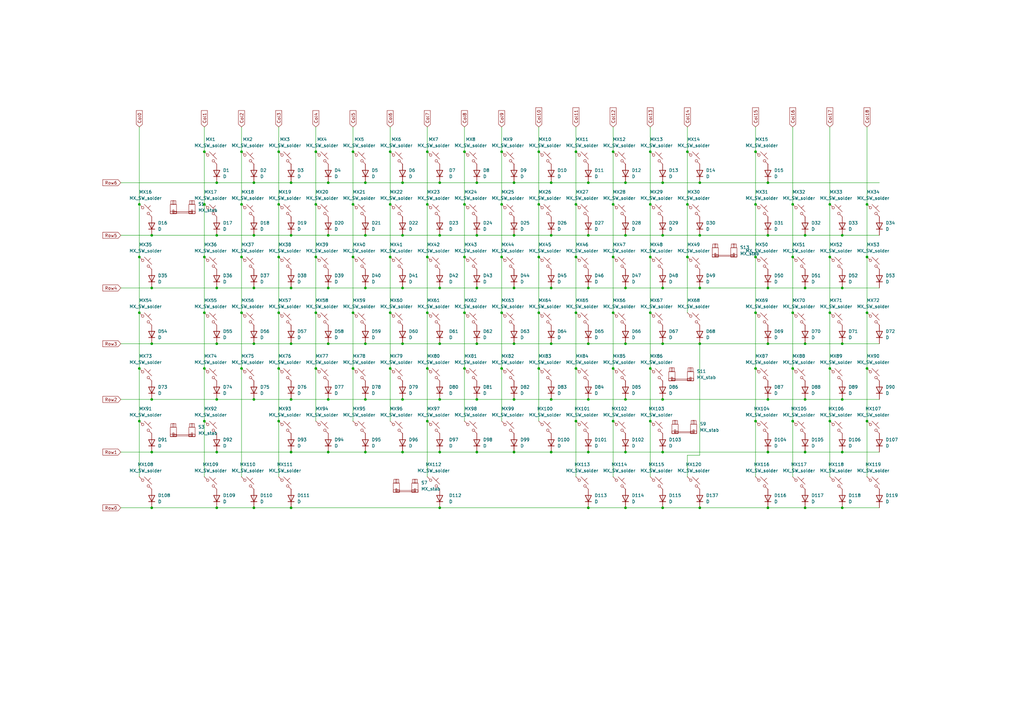
<source format=kicad_sch>
(kicad_sch (version 20231120) (generator "eeschema") (generator_version "8.0")
  (paper "A3")
  (junction (at 309.88 172.72))
  (junction (at 345.44 96.52))
  (junction (at 340.36 172.72))
  (junction (at 88.9 140.97))
  (junction (at 220.98 151.13))
  (junction (at 144.78 105.41))
  (junction (at 160.02 62.23))
  (junction (at 345.44 163.83))
  (junction (at 129.54 151.13))
  (junction (at 220.98 83.82))
  (junction (at 88.9 185.42))
  (junction (at 160.02 105.41))
  (junction (at 88.9 96.52))
  (junction (at 104.14 74.93))
  (junction (at 251.46 83.82))
  (junction (at 220.98 128.27))
  (junction (at 205.74 151.13))
  (junction (at 251.46 62.23))
  (junction (at 62.23 163.83))
  (junction (at 355.6 151.13))
  (junction (at 256.54 163.83))
  (junction (at 236.22 128.27))
  (junction (at 175.26 105.41))
  (junction (at 236.22 172.72))
  (junction (at 309.88 105.41))
  (junction (at 256.54 96.52))
  (junction (at 236.22 151.13))
  (junction (at 271.78 140.97))
  (junction (at 345.44 118.11))
  (junction (at 226.06 163.83))
  (junction (at 149.86 185.42))
  (junction (at 129.54 83.82))
  (junction (at 119.38 74.93))
  (junction (at 314.96 208.28))
  (junction (at 205.74 105.41))
  (junction (at 129.54 128.27))
  (junction (at 83.82 83.82))
  (junction (at 241.3 185.42))
  (junction (at 210.82 118.11))
  (junction (at 256.54 208.28))
  (junction (at 325.12 105.41))
  (junction (at 119.38 140.97))
  (junction (at 57.15 105.41))
  (junction (at 149.86 96.52))
  (junction (at 287.02 140.97))
  (junction (at 325.12 128.27))
  (junction (at 314.96 185.42))
  (junction (at 144.78 128.27))
  (junction (at 266.7 172.72))
  (junction (at 251.46 128.27))
  (junction (at 180.34 118.11))
  (junction (at 287.02 118.11))
  (junction (at 99.06 105.41))
  (junction (at 165.1 118.11))
  (junction (at 180.34 140.97))
  (junction (at 190.5 83.82))
  (junction (at 241.3 140.97))
  (junction (at 114.3 83.82))
  (junction (at 149.86 163.83))
  (junction (at 226.06 185.42))
  (junction (at 345.44 140.97))
  (junction (at 256.54 185.42))
  (junction (at 175.26 128.27))
  (junction (at 83.82 128.27))
  (junction (at 190.5 105.41))
  (junction (at 180.34 185.42))
  (junction (at 180.34 208.28))
  (junction (at 104.14 118.11))
  (junction (at 99.06 151.13))
  (junction (at 195.58 118.11))
  (junction (at 210.82 185.42))
  (junction (at 175.26 172.72))
  (junction (at 83.82 62.23))
  (junction (at 62.23 118.11))
  (junction (at 134.62 140.97))
  (junction (at 210.82 74.93))
  (junction (at 144.78 151.13))
  (junction (at 129.54 62.23))
  (junction (at 281.94 83.82))
  (junction (at 340.36 128.27))
  (junction (at 220.98 105.41))
  (junction (at 325.12 172.72))
  (junction (at 251.46 151.13))
  (junction (at 205.74 62.23))
  (junction (at 134.62 185.42))
  (junction (at 62.23 208.28))
  (junction (at 309.88 151.13))
  (junction (at 165.1 74.93))
  (junction (at 104.14 96.52))
  (junction (at 241.3 118.11))
  (junction (at 114.3 151.13))
  (junction (at 241.3 74.93))
  (junction (at 144.78 62.23))
  (junction (at 287.02 208.28))
  (junction (at 314.96 118.11))
  (junction (at 134.62 96.52))
  (junction (at 314.96 74.93))
  (junction (at 104.14 163.83))
  (junction (at 325.12 83.82))
  (junction (at 149.86 118.11))
  (junction (at 99.06 62.23))
  (junction (at 195.58 140.97))
  (junction (at 355.6 83.82))
  (junction (at 119.38 208.28))
  (junction (at 309.88 83.82))
  (junction (at 251.46 105.41))
  (junction (at 129.54 105.41))
  (junction (at 180.34 74.93))
  (junction (at 99.06 83.82))
  (junction (at 287.02 96.52))
  (junction (at 195.58 74.93))
  (junction (at 165.1 96.52))
  (junction (at 314.96 140.97))
  (junction (at 83.82 172.72))
  (junction (at 241.3 96.52))
  (junction (at 104.14 140.97))
  (junction (at 251.46 172.72))
  (junction (at 175.26 83.82))
  (junction (at 330.2 118.11))
  (junction (at 266.7 128.27))
  (junction (at 330.2 96.52))
  (junction (at 160.02 83.82))
  (junction (at 226.06 118.11))
  (junction (at 205.74 128.27))
  (junction (at 340.36 105.41))
  (junction (at 180.34 163.83))
  (junction (at 190.5 151.13))
  (junction (at 165.1 140.97))
  (junction (at 83.82 105.41))
  (junction (at 62.23 96.52))
  (junction (at 195.58 96.52))
  (junction (at 236.22 83.82))
  (junction (at 330.2 163.83))
  (junction (at 144.78 83.82))
  (junction (at 210.82 140.97))
  (junction (at 226.06 96.52))
  (junction (at 190.5 128.27))
  (junction (at 271.78 185.42))
  (junction (at 149.86 140.97))
  (junction (at 281.94 62.23))
  (junction (at 309.88 128.27))
  (junction (at 205.74 83.82))
  (junction (at 88.9 118.11))
  (junction (at 314.96 163.83))
  (junction (at 325.12 151.13))
  (junction (at 180.34 96.52))
  (junction (at 88.9 74.93))
  (junction (at 114.3 172.72))
  (junction (at 195.58 185.42))
  (junction (at 256.54 140.97))
  (junction (at 57.15 172.72))
  (junction (at 256.54 74.93))
  (junction (at 134.62 163.83))
  (junction (at 345.44 208.28))
  (junction (at 330.2 208.28))
  (junction (at 83.82 151.13))
  (junction (at 62.23 185.42))
  (junction (at 57.15 83.82))
  (junction (at 149.86 74.93))
  (junction (at 256.54 118.11))
  (junction (at 271.78 74.93))
  (junction (at 266.7 62.23))
  (junction (at 281.94 105.41))
  (junction (at 104.14 208.28))
  (junction (at 226.06 74.93))
  (junction (at 266.7 105.41))
  (junction (at 340.36 83.82))
  (junction (at 114.3 62.23))
  (junction (at 236.22 62.23))
  (junction (at 119.38 96.52))
  (junction (at 57.15 151.13))
  (junction (at 241.3 163.83))
  (junction (at 210.82 96.52))
  (junction (at 355.6 128.27))
  (junction (at 175.26 151.13))
  (junction (at 271.78 163.83))
  (junction (at 99.06 128.27))
  (junction (at 355.6 172.72))
  (junction (at 195.58 163.83))
  (junction (at 287.02 74.93))
  (junction (at 309.88 62.23))
  (junction (at 271.78 208.28))
  (junction (at 210.82 163.83))
  (junction (at 190.5 62.23))
  (junction (at 165.1 163.83))
  (junction (at 62.23 140.97))
  (junction (at 114.3 128.27))
  (junction (at 345.44 185.42))
  (junction (at 134.62 74.93))
  (junction (at 160.02 128.27))
  (junction (at 330.2 185.42))
  (junction (at 271.78 118.11))
  (junction (at 57.15 128.27))
  (junction (at 175.26 62.23))
  (junction (at 160.02 151.13))
  (junction (at 134.62 118.11))
  (junction (at 226.06 140.97))
  (junction (at 340.36 151.13))
  (junction (at 266.7 151.13))
  (junction (at 114.3 105.41))
  (junction (at 119.38 163.83))
  (junction (at 119.38 118.11))
  (junction (at 266.7 83.82))
  (junction (at 220.98 62.23))
  (junction (at 241.3 208.28))
  (junction (at 119.38 185.42))
  (junction (at 314.96 96.52))
  (junction (at 355.6 105.41))
  (junction (at 271.78 96.52))
  (junction (at 88.9 208.28))
  (junction (at 236.22 105.41))
  (junction (at 88.9 163.83))
  (junction (at 165.1 185.42))
  (junction (at 330.2 140.97))
  (wire (pts (xy 220.98 151.13) (xy 220.98 172.72)))
  (wire (pts (xy 210.82 185.42) (xy 226.06 185.42)))
  (wire (pts (xy 165.1 185.42) (xy 180.34 185.42)))
  (wire (pts (xy 271.78 163.83) (xy 314.96 163.83)))
  (wire (pts (xy 205.74 151.13) (xy 205.74 172.72)))
  (wire (pts (xy 160.02 83.82) (xy 160.02 105.41)))
  (wire (pts (xy 175.26 105.41) (xy 175.26 128.27)))
  (wire (pts (xy 256.54 74.93) (xy 271.78 74.93)))
  (wire (pts (xy 190.5 128.27) (xy 190.5 151.13)))
  (wire (pts (xy 266.7 172.72) (xy 266.7 195.58)))
  (wire (pts (xy 83.82 52.07) (xy 83.82 62.23)))
  (wire (pts (xy 129.54 128.27) (xy 129.54 151.13)))
  (wire (pts (xy 241.3 74.93) (xy 256.54 74.93)))
  (wire (pts (xy 226.06 118.11) (xy 241.3 118.11)))
  (wire (pts (xy 57.15 172.72) (xy 57.15 195.58)))
  (wire (pts (xy 266.7 83.82) (xy 266.7 105.41)))
  (wire (pts (xy 57.15 128.27) (xy 57.15 151.13)))
  (wire (pts (xy 149.86 74.93) (xy 165.1 74.93)))
  (wire (pts (xy 180.34 118.11) (xy 195.58 118.11)))
  (wire (pts (xy 99.06 105.41) (xy 99.06 128.27)))
  (wire (pts (xy 220.98 128.27) (xy 220.98 151.13)))
  (wire (pts (xy 287.02 186.69) (xy 281.94 186.69)))
  (wire (pts (xy 180.34 163.83) (xy 195.58 163.83)))
  (wire (pts (xy 114.3 105.41) (xy 114.3 128.27)))
  (wire (pts (xy 241.3 163.83) (xy 256.54 163.83)))
  (wire (pts (xy 129.54 83.82) (xy 129.54 105.41)))
  (wire (pts (xy 134.62 96.52) (xy 149.86 96.52)))
  (wire (pts (xy 271.78 140.97) (xy 287.02 140.97)))
  (wire (pts (xy 281.94 105.41) (xy 281.94 128.27)))
  (wire (pts (xy 287.02 140.97) (xy 287.02 186.69)))
  (wire (pts (xy 119.38 96.52) (xy 134.62 96.52)))
  (wire (pts (xy 144.78 83.82) (xy 144.78 105.41)))
  (wire (pts (xy 266.7 151.13) (xy 266.7 172.72)))
  (wire (pts (xy 345.44 208.28) (xy 360.68 208.28)))
  (wire (pts (xy 49.53 185.42) (xy 62.23 185.42)))
  (wire (pts (xy 210.82 96.52) (xy 226.06 96.52)))
  (wire (pts (xy 271.78 118.11) (xy 287.02 118.11)))
  (wire (pts (xy 195.58 96.52) (xy 210.82 96.52)))
  (wire (pts (xy 330.2 96.52) (xy 345.44 96.52)))
  (wire (pts (xy 62.23 96.52) (xy 88.9 96.52)))
  (wire (pts (xy 340.36 83.82) (xy 340.36 105.41)))
  (wire (pts (xy 149.86 140.97) (xy 165.1 140.97)))
  (wire (pts (xy 314.96 96.52) (xy 330.2 96.52)))
  (wire (pts (xy 210.82 163.83) (xy 226.06 163.83)))
  (wire (pts (xy 62.23 140.97) (xy 88.9 140.97)))
  (wire (pts (xy 104.14 163.83) (xy 119.38 163.83)))
  (wire (pts (xy 149.86 96.52) (xy 165.1 96.52)))
  (wire (pts (xy 175.26 128.27) (xy 175.26 151.13)))
  (wire (pts (xy 119.38 118.11) (xy 134.62 118.11)))
  (wire (pts (xy 114.3 128.27) (xy 114.3 151.13)))
  (wire (pts (xy 119.38 140.97) (xy 134.62 140.97)))
  (wire (pts (xy 144.78 151.13) (xy 144.78 172.72)))
  (wire (pts (xy 57.15 151.13) (xy 57.15 172.72)))
  (wire (pts (xy 309.88 128.27) (xy 309.88 151.13)))
  (wire (pts (xy 355.6 83.82) (xy 355.6 105.41)))
  (wire (pts (xy 190.5 52.07) (xy 190.5 62.23)))
  (wire (pts (xy 355.6 151.13) (xy 355.6 172.72)))
  (wire (pts (xy 49.53 118.11) (xy 62.23 118.11)))
  (wire (pts (xy 180.34 185.42) (xy 195.58 185.42)))
  (wire (pts (xy 241.3 118.11) (xy 256.54 118.11)))
  (wire (pts (xy 149.86 118.11) (xy 165.1 118.11)))
  (wire (pts (xy 99.06 128.27) (xy 99.06 151.13)))
  (wire (pts (xy 251.46 151.13) (xy 251.46 172.72)))
  (wire (pts (xy 129.54 62.23) (xy 129.54 83.82)))
  (wire (pts (xy 180.34 74.93) (xy 195.58 74.93)))
  (wire (pts (xy 195.58 140.97) (xy 210.82 140.97)))
  (wire (pts (xy 180.34 208.28) (xy 241.3 208.28)))
  (wire (pts (xy 180.34 96.52) (xy 195.58 96.52)))
  (wire (pts (xy 271.78 96.52) (xy 287.02 96.52)))
  (wire (pts (xy 210.82 140.97) (xy 226.06 140.97)))
  (wire (pts (xy 226.06 140.97) (xy 241.3 140.97)))
  (wire (pts (xy 104.14 208.28) (xy 119.38 208.28)))
  (wire (pts (xy 175.26 62.23) (xy 175.26 83.82)))
  (wire (pts (xy 144.78 105.41) (xy 144.78 128.27)))
  (wire (pts (xy 330.2 163.83) (xy 345.44 163.83)))
  (wire (pts (xy 57.15 83.82) (xy 57.15 105.41)))
  (wire (pts (xy 330.2 208.28) (xy 345.44 208.28)))
  (wire (pts (xy 210.82 118.11) (xy 226.06 118.11)))
  (wire (pts (xy 99.06 151.13) (xy 99.06 195.58)))
  (wire (pts (xy 205.74 62.23) (xy 205.74 83.82)))
  (wire (pts (xy 88.9 118.11) (xy 104.14 118.11)))
  (wire (pts (xy 62.23 208.28) (xy 88.9 208.28)))
  (wire (pts (xy 226.06 163.83) (xy 241.3 163.83)))
  (wire (pts (xy 251.46 52.07) (xy 251.46 62.23)))
  (wire (pts (xy 88.9 74.93) (xy 104.14 74.93)))
  (wire (pts (xy 256.54 140.97) (xy 271.78 140.97)))
  (wire (pts (xy 314.96 163.83) (xy 330.2 163.83)))
  (wire (pts (xy 114.3 52.07) (xy 114.3 62.23)))
  (wire (pts (xy 62.23 185.42) (xy 88.9 185.42)))
  (wire (pts (xy 160.02 151.13) (xy 160.02 172.72)))
  (wire (pts (xy 251.46 128.27) (xy 251.46 151.13)))
  (wire (pts (xy 83.82 105.41) (xy 83.82 128.27)))
  (wire (pts (xy 236.22 128.27) (xy 236.22 151.13)))
  (wire (pts (xy 287.02 74.93) (xy 314.96 74.93)))
  (wire (pts (xy 355.6 105.41) (xy 355.6 128.27)))
  (wire (pts (xy 281.94 83.82) (xy 281.94 105.41)))
  (wire (pts (xy 129.54 151.13) (xy 129.54 172.72)))
  (wire (pts (xy 266.7 62.23) (xy 266.7 83.82)))
  (wire (pts (xy 134.62 74.93) (xy 149.86 74.93)))
  (wire (pts (xy 241.3 208.28) (xy 256.54 208.28)))
  (wire (pts (xy 190.5 62.23) (xy 190.5 83.82)))
  (wire (pts (xy 149.86 163.83) (xy 165.1 163.83)))
  (wire (pts (xy 325.12 83.82) (xy 325.12 105.41)))
  (wire (pts (xy 309.88 172.72) (xy 309.88 195.58)))
  (wire (pts (xy 134.62 185.42) (xy 149.86 185.42)))
  (wire (pts (xy 83.82 151.13) (xy 83.82 172.72)))
  (wire (pts (xy 190.5 105.41) (xy 190.5 128.27)))
  (wire (pts (xy 309.88 52.07) (xy 309.88 62.23)))
  (wire (pts (xy 49.53 208.28) (xy 62.23 208.28)))
  (wire (pts (xy 57.15 52.07) (xy 57.15 83.82)))
  (wire (pts (xy 271.78 74.93) (xy 287.02 74.93)))
  (wire (pts (xy 345.44 163.83) (xy 360.68 163.83)))
  (wire (pts (xy 325.12 128.27) (xy 325.12 151.13)))
  (wire (pts (xy 266.7 52.07) (xy 266.7 62.23)))
  (wire (pts (xy 160.02 105.41) (xy 160.02 128.27)))
  (wire (pts (xy 226.06 185.42) (xy 241.3 185.42)))
  (wire (pts (xy 281.94 186.69) (xy 281.94 195.58)))
  (wire (pts (xy 119.38 163.83) (xy 134.62 163.83)))
  (wire (pts (xy 314.96 140.97) (xy 330.2 140.97)))
  (wire (pts (xy 165.1 163.83) (xy 180.34 163.83)))
  (wire (pts (xy 256.54 163.83) (xy 271.78 163.83)))
  (wire (pts (xy 88.9 96.52) (xy 104.14 96.52)))
  (wire (pts (xy 220.98 105.41) (xy 220.98 128.27)))
  (wire (pts (xy 144.78 128.27) (xy 144.78 151.13)))
  (wire (pts (xy 104.14 74.93) (xy 119.38 74.93)))
  (wire (pts (xy 355.6 172.72) (xy 355.6 195.58)))
  (wire (pts (xy 83.82 62.23) (xy 83.82 83.82)))
  (wire (pts (xy 340.36 172.72) (xy 340.36 195.58)))
  (wire (pts (xy 236.22 62.23) (xy 236.22 83.82)))
  (wire (pts (xy 149.86 185.42) (xy 165.1 185.42)))
  (wire (pts (xy 114.3 172.72) (xy 114.3 195.58)))
  (wire (pts (xy 256.54 185.42) (xy 271.78 185.42)))
  (wire (pts (xy 160.02 128.27) (xy 160.02 151.13)))
  (wire (pts (xy 271.78 208.28) (xy 287.02 208.28)))
  (wire (pts (xy 236.22 105.41) (xy 236.22 128.27)))
  (wire (pts (xy 175.26 172.72) (xy 175.26 195.58)))
  (wire (pts (xy 160.02 62.23) (xy 160.02 83.82)))
  (wire (pts (xy 99.06 52.07) (xy 99.06 62.23)))
  (wire (pts (xy 281.94 52.07) (xy 281.94 62.23)))
  (wire (pts (xy 325.12 52.07) (xy 325.12 83.82)))
  (wire (pts (xy 165.1 118.11) (xy 180.34 118.11)))
  (wire (pts (xy 251.46 172.72) (xy 251.46 195.58)))
  (wire (pts (xy 241.3 185.42) (xy 256.54 185.42)))
  (wire (pts (xy 236.22 151.13) (xy 236.22 172.72)))
  (wire (pts (xy 144.78 52.07) (xy 144.78 62.23)))
  (wire (pts (xy 62.23 163.83) (xy 88.9 163.83)))
  (wire (pts (xy 104.14 140.97) (xy 119.38 140.97)))
  (wire (pts (xy 195.58 185.42) (xy 210.82 185.42)))
  (wire (pts (xy 220.98 52.07) (xy 220.98 62.23)))
  (wire (pts (xy 266.7 105.41) (xy 266.7 128.27)))
  (wire (pts (xy 226.06 96.52) (xy 241.3 96.52)))
  (wire (pts (xy 144.78 62.23) (xy 144.78 83.82)))
  (wire (pts (xy 266.7 128.27) (xy 266.7 151.13)))
  (wire (pts (xy 88.9 163.83) (xy 104.14 163.83)))
  (wire (pts (xy 241.3 140.97) (xy 256.54 140.97)))
  (wire (pts (xy 83.82 172.72) (xy 83.82 195.58)))
  (wire (pts (xy 119.38 208.28) (xy 180.34 208.28)))
  (wire (pts (xy 175.26 52.07) (xy 175.26 62.23)))
  (wire (pts (xy 195.58 163.83) (xy 210.82 163.83)))
  (wire (pts (xy 314.96 185.42) (xy 330.2 185.42)))
  (wire (pts (xy 309.88 105.41) (xy 309.88 128.27)))
  (wire (pts (xy 309.88 83.82) (xy 309.88 105.41)))
  (wire (pts (xy 190.5 151.13) (xy 190.5 172.72)))
  (wire (pts (xy 226.06 74.93) (xy 241.3 74.93)))
  (wire (pts (xy 83.82 128.27) (xy 83.82 151.13)))
  (wire (pts (xy 325.12 151.13) (xy 325.12 172.72)))
  (wire (pts (xy 281.94 62.23) (xy 281.94 83.82)))
  (wire (pts (xy 345.44 96.52) (xy 360.68 96.52)))
  (wire (pts (xy 309.88 151.13) (xy 309.88 172.72)))
  (wire (pts (xy 241.3 96.52) (xy 256.54 96.52)))
  (wire (pts (xy 205.74 105.41) (xy 205.74 128.27)))
  (wire (pts (xy 251.46 105.41) (xy 251.46 128.27)))
  (wire (pts (xy 314.96 118.11) (xy 330.2 118.11)))
  (wire (pts (xy 104.14 118.11) (xy 119.38 118.11)))
  (wire (pts (xy 49.53 140.97) (xy 62.23 140.97)))
  (wire (pts (xy 57.15 105.41) (xy 57.15 128.27)))
  (wire (pts (xy 345.44 185.42) (xy 360.68 185.42)))
  (wire (pts (xy 88.9 140.97) (xy 104.14 140.97)))
  (wire (pts (xy 236.22 52.07) (xy 236.22 62.23)))
  (wire (pts (xy 134.62 163.83) (xy 149.86 163.83)))
  (wire (pts (xy 325.12 172.72) (xy 325.12 195.58)))
  (wire (pts (xy 287.02 140.97) (xy 314.96 140.97)))
  (wire (pts (xy 340.36 52.07) (xy 340.36 83.82)))
  (wire (pts (xy 190.5 83.82) (xy 190.5 105.41)))
  (wire (pts (xy 99.06 83.82) (xy 99.06 105.41)))
  (wire (pts (xy 210.82 74.93) (xy 226.06 74.93)))
  (wire (pts (xy 309.88 62.23) (xy 309.88 83.82)))
  (wire (pts (xy 256.54 96.52) (xy 271.78 96.52)))
  (wire (pts (xy 314.96 208.28) (xy 330.2 208.28)))
  (wire (pts (xy 236.22 83.82) (xy 236.22 105.41)))
  (wire (pts (xy 330.2 118.11) (xy 345.44 118.11)))
  (wire (pts (xy 236.22 172.72) (xy 236.22 195.58)))
  (wire (pts (xy 175.26 151.13) (xy 175.26 172.72)))
  (wire (pts (xy 104.14 96.52) (xy 119.38 96.52)))
  (wire (pts (xy 355.6 128.27) (xy 355.6 151.13)))
  (wire (pts (xy 160.02 52.07) (xy 160.02 62.23)))
  (wire (pts (xy 287.02 208.28) (xy 314.96 208.28)))
  (wire (pts (xy 205.74 128.27) (xy 205.74 151.13)))
  (wire (pts (xy 220.98 62.23) (xy 220.98 83.82)))
  (wire (pts (xy 88.9 208.28) (xy 104.14 208.28)))
  (wire (pts (xy 256.54 118.11) (xy 271.78 118.11)))
  (wire (pts (xy 271.78 185.42) (xy 314.96 185.42)))
  (wire (pts (xy 330.2 185.42) (xy 345.44 185.42)))
  (wire (pts (xy 256.54 208.28) (xy 271.78 208.28)))
  (wire (pts (xy 251.46 62.23) (xy 251.46 83.82)))
  (wire (pts (xy 99.06 62.23) (xy 99.06 83.82)))
  (wire (pts (xy 62.23 118.11) (xy 88.9 118.11)))
  (wire (pts (xy 345.44 140.97) (xy 360.68 140.97)))
  (wire (pts (xy 205.74 83.82) (xy 205.74 105.41)))
  (wire (pts (xy 134.62 140.97) (xy 149.86 140.97)))
  (wire (pts (xy 340.36 151.13) (xy 340.36 172.72)))
  (wire (pts (xy 340.36 128.27) (xy 340.36 151.13)))
  (wire (pts (xy 287.02 96.52) (xy 314.96 96.52)))
  (wire (pts (xy 180.34 140.97) (xy 195.58 140.97)))
  (wire (pts (xy 119.38 185.42) (xy 134.62 185.42)))
  (wire (pts (xy 195.58 74.93) (xy 210.82 74.93)))
  (wire (pts (xy 314.96 74.93) (xy 360.68 74.93)))
  (wire (pts (xy 325.12 105.41) (xy 325.12 128.27)))
  (wire (pts (xy 345.44 118.11) (xy 360.68 118.11)))
  (wire (pts (xy 134.62 118.11) (xy 149.86 118.11)))
  (wire (pts (xy 330.2 140.97) (xy 345.44 140.97)))
  (wire (pts (xy 49.53 74.93) (xy 88.9 74.93)))
  (wire (pts (xy 251.46 83.82) (xy 251.46 105.41)))
  (wire (pts (xy 220.98 83.82) (xy 220.98 105.41)))
  (wire (pts (xy 129.54 52.07) (xy 129.54 62.23)))
  (wire (pts (xy 49.53 163.83) (xy 62.23 163.83)))
  (wire (pts (xy 165.1 140.97) (xy 180.34 140.97)))
  (wire (pts (xy 83.82 83.82) (xy 83.82 105.41)))
  (wire (pts (xy 129.54 105.41) (xy 129.54 128.27)))
  (wire (pts (xy 114.3 83.82) (xy 114.3 105.41)))
  (wire (pts (xy 88.9 185.42) (xy 119.38 185.42)))
  (wire (pts (xy 49.53 96.52) (xy 62.23 96.52)))
  (wire (pts (xy 287.02 118.11) (xy 314.96 118.11)))
  (wire (pts (xy 119.38 74.93) (xy 134.62 74.93)))
  (wire (pts (xy 175.26 83.82) (xy 175.26 105.41)))
  (wire (pts (xy 114.3 62.23) (xy 114.3 83.82)))
  (wire (pts (xy 165.1 74.93) (xy 180.34 74.93)))
  (wire (pts (xy 195.58 118.11) (xy 210.82 118.11)))
  (wire (pts (xy 205.74 52.07) (xy 205.74 62.23)))
  (wire (pts (xy 355.6 52.07) (xy 355.6 83.82)))
  (wire (pts (xy 165.1 96.52) (xy 180.34 96.52)))
  (wire (pts (xy 114.3 151.13) (xy 114.3 172.72)))
  (wire (pts (xy 340.36 105.41) (xy 340.36 128.27)))
  (global_label "Col18" (shape input) (at 355.6 52.07 90) (property "Intersheetrefs" "${INTERSHEET_REFS}" (effects (hide yes))))
  (global_label "Col8" (shape input) (at 190.5 52.07 90) (property "Intersheetrefs" "${INTERSHEET_REFS}" (effects (hide yes))))
  (global_label "Row2" (shape input) (at 49.53 163.83 180) (property "Intersheetrefs" "${INTERSHEET_REFS}" (effects (hide yes))))
  (global_label "Col16" (shape input) (at 325.12 52.07 90) (property "Intersheetrefs" "${INTERSHEET_REFS}" (effects (hide yes))))
  (global_label "Col17" (shape input) (at 340.36 52.07 90) (property "Intersheetrefs" "${INTERSHEET_REFS}" (effects (hide yes))))
  (global_label "Col11" (shape input) (at 236.22 52.07 90) (property "Intersheetrefs" "${INTERSHEET_REFS}" (effects (hide yes))))
  (global_label "Col1" (shape input) (at 83.82 52.07 90) (property "Intersheetrefs" "${INTERSHEET_REFS}" (effects (hide yes))))
  (global_label "Row5" (shape input) (at 49.53 96.52 180) (property "Intersheetrefs" "${INTERSHEET_REFS}" (effects (hide yes))))
  (global_label "Row0" (shape input) (at 49.53 208.28 180) (property "Intersheetrefs" "${INTERSHEET_REFS}" (effects (hide yes))))
  (global_label "Col13" (shape input) (at 266.7 52.07 90) (property "Intersheetrefs" "${INTERSHEET_REFS}" (effects (hide yes))))
  (global_label "Col2" (shape input) (at 99.06 52.07 90) (property "Intersheetrefs" "${INTERSHEET_REFS}" (effects (hide yes))))
  (global_label "Row4" (shape input) (at 49.53 118.11 180) (property "Intersheetrefs" "${INTERSHEET_REFS}" (effects (hide yes))))
  (global_label "Col9" (shape input) (at 205.74 52.07 90) (property "Intersheetrefs" "${INTERSHEET_REFS}" (effects (hide yes))))
  (global_label "Col3" (shape input) (at 114.3 52.07 90) (property "Intersheetrefs" "${INTERSHEET_REFS}" (effects (hide yes))))
  (global_label "Row6" (shape input) (at 49.53 74.93 180) (property "Intersheetrefs" "${INTERSHEET_REFS}" (effects (hide yes))))
  (global_label "Col7" (shape input) (at 175.26 52.07 90) (property "Intersheetrefs" "${INTERSHEET_REFS}" (effects (hide yes))))
  (global_label "Col0" (shape input) (at 57.15 52.07 90) (property "Intersheetrefs" "${INTERSHEET_REFS}" (effects (hide yes))))
  (global_label "Col5" (shape input) (at 144.78 52.07 90) (property "Intersheetrefs" "${INTERSHEET_REFS}" (effects (hide yes))))
  (global_label "Row3" (shape input) (at 49.53 140.97 180) (property "Intersheetrefs" "${INTERSHEET_REFS}" (effects (hide yes))))
  (global_label "Col4" (shape input) (at 129.54 52.07 90) (property "Intersheetrefs" "${INTERSHEET_REFS}" (effects (hide yes))))
  (global_label "Col6" (shape input) (at 160.02 52.07 90) (property "Intersheetrefs" "${INTERSHEET_REFS}" (effects (hide yes))))
  (global_label "Col15" (shape input) (at 309.88 52.07 90) (property "Intersheetrefs" "${INTERSHEET_REFS}" (effects (hide yes))))
  (global_label "Col12" (shape input) (at 251.46 52.07 90) (property "Intersheetrefs" "${INTERSHEET_REFS}" (effects (hide yes))))
  (global_label "Row1" (shape input) (at 49.53 185.42 180) (property "Intersheetrefs" "${INTERSHEET_REFS}" (effects (hide yes))))
  (global_label "Col14" (shape input) (at 281.94 52.07 90) (property "Intersheetrefs" "${INTERSHEET_REFS}" (effects (hide yes))))
  (global_label "Col10" (shape input) (at 220.98 52.07 90) (property "Intersheetrefs" "${INTERSHEET_REFS}" (effects (hide yes))))
  (symbol (lib_id "Device:D") (at 256.54 92.71 90) (unit 1)
    (property "Reference" "D28" (at 259.08 91.4399 90) (effects (justify right)))
    (property "Value" "D" (at 259.08 93.9799 90) (effects (justify right)))
    (property "Footprint" "Diode_SMD:D_SOD-123" (effects (hide yes)))
    (property "Description" "Diode" (effects (hide yes)))
    (property "Sim.Device" "D" (effects (hide yes)))
    (property "Sim.Pins" "1=K 2=A" (effects (hide yes)))
  )
  (symbol (lib_id "Device:D") (at 134.62 160.02 90) (unit 1)
    (property "Reference" "D77" (at 137.16 158.7499 90) (effects (justify right)))
    (property "Value" "D" (at 137.16 161.2899 90) (effects (justify right)))
    (property "Footprint" "Diode_SMD:D_SOD-123" (effects (hide yes)))
    (property "Description" "Diode" (effects (hide yes)))
    (property "Sim.Device" "D" (effects (hide yes)))
    (property "Sim.Pins" "1=K 2=A" (effects (hide yes)))
  )
  (symbol (lib_id "Device:D") (at 104.14 160.02 90) (unit 1)
    (property "Reference" "D75" (at 106.68 158.7499 90) (effects (justify right)))
    (property "Value" "D" (at 106.68 161.2899 90) (effects (justify right)))
    (property "Footprint" "Diode_SMD:D_SOD-123" (effects (hide yes)))
    (property "Description" "Diode" (effects (hide yes)))
    (property "Sim.Device" "D" (effects (hide yes)))
    (property "Sim.Pins" "1=K 2=A" (effects (hide yes)))
  )
  (symbol (lib_id "Device:D") (at 62.23 181.61 90) (unit 1)
    (property "Reference" "D91" (at 64.77 180.3399 90) (effects (justify right)))
    (property "Value" "D" (at 64.77 182.8799 90) (effects (justify right)))
    (property "Footprint" "Diode_SMD:D_SOD-123" (effects (hide yes)))
    (property "Description" "Diode" (effects (hide yes)))
    (property "Sim.Device" "D" (effects (hide yes)))
    (property "Sim.Pins" "1=K 2=A" (effects (hide yes)))
  )
  (symbol (lib_id "PCM_marbastlib-mx:MX_SW_solder") (at 269.24 86.36 0) (unit 1)
    (property "Reference" "MX29" (at 269.24 78.74 0))
    (property "Value" "MX_SW_solder" (at 269.24 81.28 0))
    (property "Footprint" "PCM_marbastlib-mx:SW_MX_1u" (effects (hide yes)))
    (property "Description" "Push button switch, normally open, two pins, 45° tilted" (effects (hide yes)))
  )
  (symbol (lib_id "PCM_marbastlib-mx:MX_SW_solder") (at 342.9 175.26 0) (unit 1)
    (property "Reference" "MX106" (at 342.9 167.64 0))
    (property "Value" "MX_SW_solder" (at 342.9 170.18 0))
    (property "Footprint" "PCM_marbastlib-mx:SW_MX_1u" (effects (hide yes)))
    (property "Description" "Push button switch, normally open, two pins, 45° tilted" (effects (hide yes)))
  )
  (symbol (lib_id "Device:D") (at 195.58 137.16 90) (unit 1)
    (property "Reference" "D62" (at 198.12 135.8899 90) (effects (justify right)))
    (property "Value" "D" (at 198.12 138.4299 90) (effects (justify right)))
    (property "Footprint" "Diode_SMD:D_SOD-123" (effects (hide yes)))
    (property "Description" "Diode" (effects (hide yes)))
    (property "Sim.Device" "D" (effects (hide yes)))
    (property "Sim.Pins" "1=K 2=A" (effects (hide yes)))
  )
  (symbol (lib_id "PCM_marbastlib-mx:MX_SW_solder") (at 358.14 130.81 0) (unit 1)
    (property "Reference" "MX72" (at 358.14 123.19 0))
    (property "Value" "MX_SW_solder" (at 358.14 125.73 0))
    (property "Footprint" "PCM_marbastlib-mx:SW_MX_1u" (effects (hide yes)))
    (property "Description" "Push button switch, normally open, two pins, 45° tilted" (effects (hide yes)))
  )
  (symbol (lib_id "Device:D") (at 165.1 137.16 90) (unit 1)
    (property "Reference" "D60" (at 167.64 135.8899 90) (effects (justify right)))
    (property "Value" "D" (at 167.64 138.4299 90) (effects (justify right)))
    (property "Footprint" "Diode_SMD:D_SOD-123" (effects (hide yes)))
    (property "Description" "Diode" (effects (hide yes)))
    (property "Sim.Device" "D" (effects (hide yes)))
    (property "Sim.Pins" "1=K 2=A" (effects (hide yes)))
  )
  (symbol (lib_id "PCM_marbastlib-mx:MX_SW_solder") (at 358.14 107.95 0) (unit 1)
    (property "Reference" "MX53" (at 358.14 100.33 0))
    (property "Value" "MX_SW_solder" (at 358.14 102.87 0))
    (property "Footprint" "PCM_marbastlib-mx:SW_MX_1u" (effects (hide yes)))
    (property "Description" "Push button switch, normally open, two pins, 45° tilted" (effects (hide yes)))
  )
  (symbol (lib_id "Device:D") (at 119.38 181.61 90) (unit 1)
    (property "Reference" "D93" (at 121.92 180.3399 90) (effects (justify right)))
    (property "Value" "D" (at 121.92 182.8799 90) (effects (justify right)))
    (property "Footprint" "Diode_SMD:D_SOD-123" (effects (hide yes)))
    (property "Description" "Diode" (effects (hide yes)))
    (property "Sim.Device" "D" (effects (hide yes)))
    (property "Sim.Pins" "1=K 2=A" (effects (hide yes)))
  )
  (symbol (lib_id "Device:D") (at 226.06 160.02 90) (unit 1)
    (property "Reference" "D83" (at 228.6 158.7499 90) (effects (justify right)))
    (property "Value" "D" (at 228.6 161.2899 90) (effects (justify right)))
    (property "Footprint" "Diode_SMD:D_SOD-123" (effects (hide yes)))
    (property "Description" "Diode" (effects (hide yes)))
    (property "Sim.Device" "D" (effects (hide yes)))
    (property "Sim.Pins" "1=K 2=A" (effects (hide yes)))
  )
  (symbol (lib_id "PCM_marbastlib-mx:MX_SW_solder") (at 208.28 64.77 0) (unit 1)
    (property "Reference" "MX9" (at 208.28 57.15 0))
    (property "Value" "MX_SW_solder" (at 208.28 59.69 0))
    (property "Footprint" "PCM_marbastlib-mx:SW_MX_1u" (effects (hide yes)))
    (property "Description" "Push button switch, normally open, two pins, 45° tilted" (effects (hide yes)))
  )
  (symbol (lib_id "Device:D") (at 62.23 114.3 90) (unit 1)
    (property "Reference" "D35" (at 64.77 113.0299 90) (effects (justify right)))
    (property "Value" "D" (at 64.77 115.5699 90) (effects (justify right)))
    (property "Footprint" "Diode_SMD:D_SOD-123" (effects (hide yes)))
    (property "Description" "Diode" (effects (hide yes)))
    (property "Sim.Device" "D" (effects (hide yes)))
    (property "Sim.Pins" "1=K 2=A" (effects (hide yes)))
  )
  (symbol (lib_id "PCM_marbastlib-mx:MX_SW_solder") (at 269.24 130.81 0) (unit 1)
    (property "Reference" "MX67" (at 269.24 123.19 0))
    (property "Value" "MX_SW_solder" (at 269.24 125.73 0))
    (property "Footprint" "PCM_marbastlib-mx:SW_MX_1u" (effects (hide yes)))
    (property "Description" "Push button switch, normally open, two pins, 45° tilted" (effects (hide yes)))
  )
  (symbol (lib_id "PCM_marbastlib-mx:MX_SW_solder") (at 101.6 107.95 0) (unit 1)
    (property "Reference" "MX37" (at 101.6 100.33 0))
    (property "Value" "MX_SW_solder" (at 101.6 102.87 0))
    (property "Footprint" "PCM_marbastlib-mx:SW_MX_1u" (effects (hide yes)))
    (property "Description" "Push button switch, normally open, two pins, 45° tilted" (effects (hide yes)))
  )
  (symbol (lib_id "PCM_marbastlib-mx:MX_SW_solder") (at 177.8 86.36 0) (unit 1)
    (property "Reference" "MX23" (at 177.8 78.74 0))
    (property "Value" "MX_SW_solder" (at 177.8 81.28 0))
    (property "Footprint" "PCM_marbastlib-mx:SW_MX_1u" (effects (hide yes)))
    (property "Description" "Push button switch, normally open, two pins, 45° tilted" (effects (hide yes)))
  )
  (symbol (lib_id "PCM_marbastlib-mx:MX_SW_solder") (at 59.69 107.95 0) (unit 1)
    (property "Reference" "MX35" (at 59.69 100.33 0))
    (property "Value" "MX_SW_solder" (at 59.69 102.87 0))
    (property "Footprint" "PCM_marbastlib-mx:SW_MX_1u" (effects (hide yes)))
    (property "Description" "Push button switch, normally open, two pins, 45° tilted" (effects (hide yes)))
  )
  (symbol (lib_id "PCM_marbastlib-mx:MX_SW_solder") (at 238.76 64.77 0) (unit 1)
    (property "Reference" "MX11" (at 238.76 57.15 0))
    (property "Value" "MX_SW_solder" (at 238.76 59.69 0))
    (property "Footprint" "PCM_marbastlib-mx:SW_MX_1u" (effects (hide yes)))
    (property "Description" "Push button switch, normally open, two pins, 45° tilted" (effects (hide yes)))
  )
  (symbol (lib_id "Device:D") (at 88.9 114.3 90) (unit 1)
    (property "Reference" "D36" (at 91.44 113.0299 90) (effects (justify right)))
    (property "Value" "D" (at 91.44 115.5699 90) (effects (justify right)))
    (property "Footprint" "Diode_SMD:D_SOD-123" (effects (hide yes)))
    (property "Description" "Diode" (effects (hide yes)))
    (property "Sim.Device" "D" (effects (hide yes)))
    (property "Sim.Pins" "1=K 2=A" (effects (hide yes)))
  )
  (symbol (lib_id "PCM_marbastlib-mx:MX_SW_solder") (at 162.56 107.95 0) (unit 1)
    (property "Reference" "MX41" (at 162.56 100.33 0))
    (property "Value" "MX_SW_solder" (at 162.56 102.87 0))
    (property "Footprint" "PCM_marbastlib-mx:SW_MX_1u" (effects (hide yes)))
    (property "Description" "Push button switch, normally open, two pins, 45° tilted" (effects (hide yes)))
  )
  (symbol (lib_id "PCM_marbastlib-mx:MX_SW_solder") (at 59.69 198.12 0) (unit 1)
    (property "Reference" "MX108" (at 59.69 190.5 0))
    (property "Value" "MX_SW_solder" (at 59.69 193.04 0))
    (property "Footprint" "PCM_marbastlib-mx:SW_MX_1u" (effects (hide yes)))
    (property "Description" "Push button switch, normally open, two pins, 45° tilted" (effects (hide yes)))
  )
  (symbol (lib_id "Device:D") (at 271.78 71.12 90) (unit 1)
    (property "Reference" "D13" (at 274.32 69.8499 90) (effects (justify right)))
    (property "Value" "D" (at 274.32 72.3899 90) (effects (justify right)))
    (property "Footprint" "Diode_SMD:D_SOD-123" (effects (hide yes)))
    (property "Description" "Diode" (effects (hide yes)))
    (property "Sim.Device" "D" (effects (hide yes)))
    (property "Sim.Pins" "1=K 2=A" (effects (hide yes)))
  )
  (symbol (lib_id "PCM_marbastlib-mx:MX_SW_solder") (at 162.56 86.36 0) (unit 1)
    (property "Reference" "MX22" (at 162.56 78.74 0))
    (property "Value" "MX_SW_solder" (at 162.56 81.28 0))
    (property "Footprint" "PCM_marbastlib-mx:SW_MX_1u" (effects (hide yes)))
    (property "Description" "Push button switch, normally open, two pins, 45° tilted" (effects (hide yes)))
  )
  (symbol (lib_id "Device:D") (at 271.78 181.61 90) (unit 1)
    (property "Reference" "D103" (at 274.32 180.3399 90) (effects (justify right)))
    (property "Value" "D" (at 274.32 182.8799 90) (effects (justify right)))
    (property "Footprint" "Diode_SMD:D_SOD-123" (effects (hide yes)))
    (property "Description" "Diode" (effects (hide yes)))
    (property "Sim.Device" "D" (effects (hide yes)))
    (property "Sim.Pins" "1=K 2=A" (effects (hide yes)))
  )
  (symbol (lib_id "PCM_marbastlib-mx:MX_SW_solder") (at 238.76 198.12 0) (unit 1)
    (property "Reference" "MX113" (at 238.76 190.5 0))
    (property "Value" "MX_SW_solder" (at 238.76 193.04 0))
    (property "Footprint" "PCM_marbastlib-mx:SW_MX_1u" (effects (hide yes)))
    (property "Description" "Push button switch, normally open, two pins, 45° tilted" (effects (hide yes)))
  )
  (symbol (lib_id "Device:D") (at 104.14 71.12 90) (unit 1)
    (property "Reference" "D2" (at 106.68 69.8499 90) (effects (justify right)))
    (property "Value" "D" (at 106.68 72.3899 90) (effects (justify right)))
    (property "Footprint" "Diode_SMD:D_SOD-123" (effects (hide yes)))
    (property "Description" "Diode" (effects (hide yes)))
    (property "Sim.Device" "D" (effects (hide yes)))
    (property "Sim.Pins" "1=K 2=A" (effects (hide yes)))
  )
  (symbol (lib_id "Device:D") (at 256.54 181.61 90) (unit 1)
    (property "Reference" "D102" (at 259.08 180.3399 90) (effects (justify right)))
    (property "Value" "D" (at 259.08 182.8799 90) (effects (justify right)))
    (property "Footprint" "Diode_SMD:D_SOD-123" (effects (hide yes)))
    (property "Description" "Diode" (effects (hide yes)))
    (property "Sim.Device" "D" (effects (hide yes)))
    (property "Sim.Pins" "1=K 2=A" (effects (hide yes)))
  )
  (symbol (lib_id "PCM_marbastlib-mx:MX_SW_solder") (at 358.14 175.26 0) (unit 1)
    (property "Reference" "MX107" (at 358.14 167.64 0))
    (property "Value" "MX_SW_solder" (at 358.14 170.18 0))
    (property "Footprint" "PCM_marbastlib-mx:SW_MX_1u" (effects (hide yes)))
    (property "Description" "Push button switch, normally open, two pins, 45° tilted" (effects (hide yes)))
  )
  (symbol (lib_id "PCM_marbastlib-mx:MX_SW_solder") (at 177.8 107.95 0) (unit 1)
    (property "Reference" "MX42" (at 177.8 100.33 0))
    (property "Value" "MX_SW_solder" (at 177.8 102.87 0))
    (property "Footprint" "PCM_marbastlib-mx:SW_MX_1u" (effects (hide yes)))
    (property "Description" "Push button switch, normally open, two pins, 45° tilted" (effects (hide yes)))
  )
  (symbol (lib_id "PCM_marbastlib-mx:MX_SW_solder") (at 327.66 86.36 0) (unit 1)
    (property "Reference" "MX32" (at 327.66 78.74 0))
    (property "Value" "MX_SW_solder" (at 327.66 81.28 0))
    (property "Footprint" "PCM_marbastlib-mx:SW_MX_1u" (effects (hide yes)))
    (property "Description" "Push button switch, normally open, two pins, 45° tilted" (effects (hide yes)))
  )
  (symbol (lib_id "PCM_marbastlib-mx:MX_SW_solder") (at 342.9 130.81 0) (unit 1)
    (property "Reference" "MX71" (at 342.9 123.19 0))
    (property "Value" "MX_SW_solder" (at 342.9 125.73 0))
    (property "Footprint" "PCM_marbastlib-mx:SW_MX_1u" (effects (hide yes)))
    (property "Description" "Push button switch, normally open, two pins, 45° tilted" (effects (hide yes)))
  )
  (symbol (lib_id "PCM_marbastlib-mx:MX_stab") (at 74.93 176.53 0) (unit 1)
    (property "Reference" "S3" (at 81.28 175.1329 0) (effects (justify left)))
    (property "Value" "MX_stab" (at 81.28 177.6729 0) (effects (justify left)))
    (property "Footprint" "PCM_marbastlib-mx:STAB_MX_P_2.25u" (effects (hide yes)))
    (property "Description" "Cherry MX-style stabilizer" (effects (hide yes)))
  )
  (symbol (lib_id "Device:D") (at 314.96 92.71 90) (unit 1)
    (property "Reference" "D31" (at 317.5 91.4399 90) (effects (justify right)))
    (property "Value" "D" (at 317.5 93.9799 90) (effects (justify right)))
    (property "Footprint" "Diode_SMD:D_SOD-123" (effects (hide yes)))
    (property "Description" "Diode" (effects (hide yes)))
    (property "Sim.Device" "D" (effects (hide yes)))
    (property "Sim.Pins" "1=K 2=A" (effects (hide yes)))
  )
  (symbol (lib_id "Device:D") (at 149.86 137.16 90) (unit 1)
    (property "Reference" "D59" (at 152.4 135.8899 90) (effects (justify right)))
    (property "Value" "D" (at 152.4 138.4299 90) (effects (justify right)))
    (property "Footprint" "Diode_SMD:D_SOD-123" (effects (hide yes)))
    (property "Description" "Diode" (effects (hide yes)))
    (property "Sim.Device" "D" (effects (hide yes)))
    (property "Sim.Pins" "1=K 2=A" (effects (hide yes)))
  )
  (symbol (lib_id "PCM_marbastlib-mx:MX_SW_solder") (at 238.76 175.26 0) (unit 1)
    (property "Reference" "MX101" (at 238.76 167.64 0))
    (property "Value" "MX_SW_solder" (at 238.76 170.18 0))
    (property "Footprint" "PCM_marbastlib-mx:SW_MX_1u" (effects (hide yes)))
    (property "Description" "Push button switch, normally open, two pins, 45° tilted" (effects (hide yes)))
  )
  (symbol (lib_id "Device:D") (at 195.58 92.71 90) (unit 1)
    (property "Reference" "D24" (at 198.12 91.4399 90) (effects (justify right)))
    (property "Value" "D" (at 198.12 93.9799 90) (effects (justify right)))
    (property "Footprint" "Diode_SMD:D_SOD-123" (effects (hide yes)))
    (property "Description" "Diode" (effects (hide yes)))
    (property "Sim.Device" "D" (effects (hide yes)))
    (property "Sim.Pins" "1=K 2=A" (effects (hide yes)))
  )
  (symbol (lib_id "Device:D") (at 256.54 204.47 90) (unit 1)
    (property "Reference" "D114" (at 259.08 203.1999 90) (effects (justify right)))
    (property "Value" "D" (at 259.08 205.7399 90) (effects (justify right)))
    (property "Footprint" "Diode_SMD:D_SOD-123" (effects (hide yes)))
    (property "Description" "Diode" (effects (hide yes)))
    (property "Sim.Device" "D" (effects (hide yes)))
    (property "Sim.Pins" "1=K 2=A" (effects (hide yes)))
  )
  (symbol (lib_id "PCM_marbastlib-mx:MX_SW_solder") (at 269.24 107.95 0) (unit 1)
    (property "Reference" "MX48" (at 269.24 100.33 0))
    (property "Value" "MX_SW_solder" (at 269.24 102.87 0))
    (property "Footprint" "PCM_marbastlib-mx:SW_MX_1u" (effects (hide yes)))
    (property "Description" "Push button switch, normally open, two pins, 45° tilted" (effects (hide yes)))
  )
  (symbol (lib_id "PCM_marbastlib-mx:MX_SW_solder") (at 177.8 130.81 0) (unit 1)
    (property "Reference" "MX61" (at 177.8 123.19 0))
    (property "Value" "MX_SW_solder" (at 177.8 125.73 0))
    (property "Footprint" "PCM_marbastlib-mx:SW_MX_1u" (effects (hide yes)))
    (property "Description" "Push button switch, normally open, two pins, 45° tilted" (effects (hide yes)))
  )
  (symbol (lib_id "PCM_marbastlib-mx:MX_SW_solder") (at 132.08 86.36 0) (unit 1)
    (property "Reference" "MX20" (at 132.08 78.74 0))
    (property "Value" "MX_SW_solder" (at 132.08 81.28 0))
    (property "Footprint" "PCM_marbastlib-mx:SW_MX_1u" (effects (hide yes)))
    (property "Description" "Push button switch, normally open, two pins, 45° tilted" (effects (hide yes)))
  )
  (symbol (lib_id "PCM_marbastlib-mx:MX_SW_solder") (at 132.08 130.81 0) (unit 1)
    (property "Reference" "MX58" (at 132.08 123.19 0))
    (property "Value" "MX_SW_solder" (at 132.08 125.73 0))
    (property "Footprint" "PCM_marbastlib-mx:SW_MX_1u" (effects (hide yes)))
    (property "Description" "Push button switch, normally open, two pins, 45° tilted" (effects (hide yes)))
  )
  (symbol (lib_id "PCM_marbastlib-mx:MX_SW_solder") (at 59.69 86.36 0) (unit 1)
    (property "Reference" "MX16" (at 59.69 78.74 0))
    (property "Value" "MX_SW_solder" (at 59.69 81.28 0))
    (property "Footprint" "PCM_marbastlib-mx:SW_MX_1u" (effects (hide yes)))
    (property "Description" "Push button switch, normally open, two pins, 45° tilted" (effects (hide yes)))
  )
  (symbol (lib_id "Device:D") (at 330.2 114.3 90) (unit 1)
    (property "Reference" "D51" (at 332.74 113.0299 90) (effects (justify right)))
    (property "Value" "D" (at 332.74 115.5699 90) (effects (justify right)))
    (property "Footprint" "Diode_SMD:D_SOD-123" (effects (hide yes)))
    (property "Description" "Diode" (effects (hide yes)))
    (property "Sim.Device" "D" (effects (hide yes)))
    (property "Sim.Pins" "1=K 2=A" (effects (hide yes)))
  )
  (symbol (lib_id "Device:D") (at 256.54 160.02 90) (unit 1)
    (property "Reference" "D85" (at 259.08 158.7499 90) (effects (justify right)))
    (property "Value" "D" (at 259.08 161.2899 90) (effects (justify right)))
    (property "Footprint" "Diode_SMD:D_SOD-123" (effects (hide yes)))
    (property "Description" "Diode" (effects (hide yes)))
    (property "Sim.Device" "D" (effects (hide yes)))
    (property "Sim.Pins" "1=K 2=A" (effects (hide yes)))
  )
  (symbol (lib_id "Device:D") (at 180.34 71.12 90) (unit 1)
    (property "Reference" "D7" (at 184.15 69.8499 90) (effects (justify right)))
    (property "Value" "D" (at 184.15 72.3899 90) (effects (justify right)))
    (property "Footprint" "Diode_SMD:D_SOD-123" (effects (hide yes)))
    (property "Description" "Diode" (effects (hide yes)))
    (property "Sim.Device" "D" (effects (hide yes)))
    (property "Sim.Pins" "1=K 2=A" (effects (hide yes)))
  )
  (symbol (lib_id "Device:D") (at 271.78 114.3 90) (unit 1)
    (property "Reference" "D48" (at 274.32 113.0299 90) (effects (justify right)))
    (property "Value" "D" (at 274.32 115.5699 90) (effects (justify right)))
    (property "Footprint" "Diode_SMD:D_SOD-123" (effects (hide yes)))
    (property "Description" "Diode" (effects (hide yes)))
    (property "Sim.Device" "D" (effects (hide yes)))
    (property "Sim.Pins" "1=K 2=A" (effects (hide yes)))
  )
  (symbol (lib_id "Device:D") (at 241.3 160.02 90) (unit 1)
    (property "Reference" "D84" (at 243.84 158.7499 90) (effects (justify right)))
    (property "Value" "D" (at 243.84 161.2899 90) (effects (justify right)))
    (property "Footprint" "Diode_SMD:D_SOD-123" (effects (hide yes)))
    (property "Description" "Diode" (effects (hide yes)))
    (property "Sim.Device" "D" (effects (hide yes)))
    (property "Sim.Pins" "1=K 2=A" (effects (hide yes)))
  )
  (symbol (lib_id "PCM_marbastlib-mx:MX_SW_solder") (at 86.36 64.77 0) (unit 1)
    (property "Reference" "MX1" (at 86.36 57.15 0))
    (property "Value" "MX_SW_solder" (at 86.36 59.69 0))
    (property "Footprint" "PCM_marbastlib-mx:SW_MX_1u" (effects (hide yes)))
    (property "Description" "Push button switch, normally open, two pins, 45° tilted" (effects (hide yes)))
  )
  (symbol (lib_id "PCM_marbastlib-mx:MX_SW_solder") (at 208.28 175.26 0) (unit 1)
    (property "Reference" "MX99" (at 208.28 167.64 0))
    (property "Value" "MX_SW_solder" (at 208.28 170.18 0))
    (property "Footprint" "PCM_marbastlib-mx:SW_MX_1u" (effects (hide yes)))
    (property "Description" "Push button switch, normally open, two pins, 45° tilted" (effects (hide yes)))
  )
  (symbol (lib_id "PCM_marbastlib-mx:MX_SW_solder") (at 116.84 175.26 0) (unit 1)
    (property "Reference" "MX93" (at 116.84 167.64 0))
    (property "Value" "MX_SW_solder" (at 116.84 170.18 0))
    (property "Footprint" "PCM_marbastlib-mx:SW_MX_1u" (effects (hide yes)))
    (property "Description" "Push button switch, normally open, two pins, 45° tilted" (effects (hide yes)))
  )
  (symbol (lib_id "PCM_marbastlib-mx:MX_SW_solder") (at 193.04 175.26 0) (unit 1)
    (property "Reference" "MX98" (at 193.04 167.64 0))
    (property "Value" "MX_SW_solder" (at 193.04 170.18 0))
    (property "Footprint" "PCM_marbastlib-mx:SW_MX_1u" (effects (hide yes)))
    (property "Description" "Push button switch, normally open, two pins, 45° tilted" (effects (hide yes)))
  )
  (symbol (lib_id "PCM_marbastlib-mx:MX_SW_solder") (at 284.48 64.77 0) (unit 1)
    (property "Reference" "MX14" (at 284.48 57.15 0))
    (property "Value" "MX_SW_solder" (at 284.48 59.69 0))
    (property "Footprint" "PCM_marbastlib-mx:SW_MX_1u" (effects (hide yes)))
    (property "Description" "Push button switch, normally open, two pins, 45° tilted" (effects (hide yes)))
  )
  (symbol (lib_id "Device:D") (at 165.1 71.12 90) (unit 1)
    (property "Reference" "D6" (at 167.64 69.8499 90) (effects (justify right)))
    (property "Value" "D" (at 167.64 72.3899 90) (effects (justify right)))
    (property "Footprint" "Diode_SMD:D_SOD-123" (effects (hide yes)))
    (property "Description" "Diode" (effects (hide yes)))
    (property "Sim.Device" "D" (effects (hide yes)))
    (property "Sim.Pins" "1=K 2=A" (effects (hide yes)))
  )
  (symbol (lib_id "Device:D") (at 330.2 160.02 90) (unit 1)
    (property "Reference" "D88" (at 332.74 158.7499 90) (effects (justify right)))
    (property "Value" "D" (at 332.74 161.2899 90) (effects (justify right)))
    (property "Footprint" "Diode_SMD:D_SOD-123" (effects (hide yes)))
    (property "Description" "Diode" (effects (hide yes)))
    (property "Sim.Device" "D" (effects (hide yes)))
    (property "Sim.Pins" "1=K 2=A" (effects (hide yes)))
  )
  (symbol (lib_id "PCM_marbastlib-mx:MX_SW_solder") (at 101.6 198.12 0) (unit 1)
    (property "Reference" "MX110" (at 101.6 190.5 0))
    (property "Value" "MX_SW_solder" (at 101.6 193.04 0))
    (property "Footprint" "PCM_marbastlib-mx:SW_MX_1u" (effects (hide yes)))
    (property "Description" "Push button switch, normally open, two pins, 45° tilted" (effects (hide yes)))
  )
  (symbol (lib_id "PCM_marbastlib-mx:MX_SW_solder") (at 101.6 130.81 0) (unit 1)
    (property "Reference" "MX56" (at 101.6 123.19 0))
    (property "Value" "MX_SW_solder" (at 101.6 125.73 0))
    (property "Footprint" "PCM_marbastlib-mx:SW_MX_1u" (effects (hide yes)))
    (property "Description" "Push button switch, normally open, two pins, 45° tilted" (effects (hide yes)))
  )
  (symbol (lib_id "PCM_marbastlib-mx:MX_stab") (at 279.4 153.67 0) (unit 1)
    (property "Reference" "S11" (at 285.75 152.2729 0) (effects (justify left)))
    (property "Value" "MX_stab" (at 285.75 154.8129 0) (effects (justify left)))
    (property "Footprint" "PCM_marbastlib-mx:STAB_MX_P_2.25u" (effects (hide yes)))
    (property "Description" "Cherry MX-style stabilizer" (effects (hide yes)))
  )
  (symbol (lib_id "PCM_marbastlib-mx:MX_SW_solder") (at 59.69 175.26 0) (unit 1)
    (property "Reference" "MX91" (at 59.69 167.64 0))
    (property "Value" "MX_SW_solder" (at 59.69 170.18 0))
    (property "Footprint" "PCM_marbastlib-mx:SW_MX_1u" (effects (hide yes)))
    (property "Description" "Push button switch, normally open, two pins, 45° tilted" (effects (hide yes)))
  )
  (symbol (lib_id "Device:D") (at 330.2 181.61 90) (unit 1)
    (property "Reference" "D105" (at 332.74 180.3399 90) (effects (justify right)))
    (property "Value" "D" (at 332.74 182.8799 90) (effects (justify right)))
    (property "Footprint" "Diode_SMD:D_SOD-123" (effects (hide yes)))
    (property "Description" "Diode" (effects (hide yes)))
    (property "Sim.Device" "D" (effects (hide yes)))
    (property "Sim.Pins" "1=K 2=A" (effects (hide yes)))
  )
  (symbol (lib_id "PCM_marbastlib-mx:MX_SW_solder") (at 254 198.12 0) (unit 1)
    (property "Reference" "MX114" (at 254 190.5 0))
    (property "Value" "MX_SW_solder" (at 254 193.04 0))
    (property "Footprint" "PCM_marbastlib-mx:SW_MX_1u" (effects (hide yes)))
    (property "Description" "Push button switch, normally open, two pins, 45° tilted" (effects (hide yes)))
  )
  (symbol (lib_id "Device:D") (at 360.68 160.02 90) (unit 1)
    (property "Reference" "D90" (at 363.22 158.7499 90) (effects (justify right)))
    (property "Value" "D" (at 363.22 161.2899 90) (effects (justify right)))
    (property "Footprint" "Diode_SMD:D_SOD-123" (effects (hide yes)))
    (property "Description" "Diode" (effects (hide yes)))
    (property "Sim.Device" "D" (effects (hide yes)))
    (property "Sim.Pins" "1=K 2=A" (effects (hide yes)))
  )
  (symbol (lib_id "Device:D") (at 88.9 160.02 90) (unit 1)
    (property "Reference" "D74" (at 91.44 158.7499 90) (effects (justify right)))
    (property "Value" "D" (at 91.44 161.2899 90) (effects (justify right)))
    (property "Footprint" "Diode_SMD:D_SOD-123" (effects (hide yes)))
    (property "Description" "Diode" (effects (hide yes)))
    (property "Sim.Device" "D" (effects (hide yes)))
    (property "Sim.Pins" "1=K 2=A" (effects (hide yes)))
  )
  (symbol (lib_id "PCM_marbastlib-mx:MX_SW_solder") (at 147.32 107.95 0) (unit 1)
    (property "Reference" "MX40" (at 147.32 100.33 0))
    (property "Value" "MX_SW_solder" (at 147.32 102.87 0))
    (property "Footprint" "PCM_marbastlib-mx:SW_MX_1u" (effects (hide yes)))
    (property "Description" "Push button switch, normally open, two pins, 45° tilted" (effects (hide yes)))
  )
  (symbol (lib_id "PCM_marbastlib-mx:MX_SW_solder") (at 312.42 198.12 0) (unit 1)
    (property "Reference" "MX116" (at 312.42 190.5 0))
    (property "Value" "MX_SW_solder" (at 312.42 193.04 0))
    (property "Footprint" "PCM_marbastlib-mx:SW_MX_1u" (effects (hide yes)))
    (property "Description" "Push button switch, normally open, two pins, 45° tilted" (effects (hide yes)))
  )
  (symbol (lib_id "PCM_marbastlib-mx:MX_SW_solder") (at 312.42 153.67 0) (unit 1)
    (property "Reference" "MX87" (at 312.42 146.05 0))
    (property "Value" "MX_SW_solder" (at 312.42 148.59 0))
    (property "Footprint" "PCM_marbastlib-mx:SW_MX_1u" (effects (hide yes)))
    (property "Description" "Push button switch, normally open, two pins, 45° tilted" (effects (hide yes)))
  )
  (symbol (lib_id "PCM_marbastlib-mx:MX_SW_solder") (at 86.36 86.36 0) (unit 1)
    (property "Reference" "MX17" (at 86.36 78.74 0))
    (property "Value" "MX_SW_solder" (at 86.36 81.28 0))
    (property "Footprint" "PCM_marbastlib-mx:SW_MX_1u" (effects (hide yes)))
    (property "Description" "Push button switch, normally open, two pins, 45° tilted" (effects (hide yes)))
  )
  (symbol (lib_id "PCM_marbastlib-mx:MX_SW_solder") (at 269.24 198.12 0) (unit 1)
    (property "Reference" "MX115" (at 269.24 190.5 0))
    (property "Value" "MX_SW_solder" (at 269.24 193.04 0))
    (property "Footprint" "PCM_marbastlib-mx:SW_MX_1u" (effects (hide yes)))
    (property "Description" "Push button switch, normally open, two pins, 45° tilted" (effects (hide yes)))
  )
  (symbol (lib_id "PCM_marbastlib-mx:MX_SW_solder") (at 208.28 86.36 0) (unit 1)
    (property "Reference" "MX25" (at 208.28 78.74 0))
    (property "Value" "MX_SW_solder" (at 208.28 81.28 0))
    (property "Footprint" "PCM_marbastlib-mx:SW_MX_1u" (effects (hide yes)))
    (property "Description" "Push button switch, normally open, two pins, 45° tilted" (effects (hide yes)))
  )
  (symbol (lib_id "Device:D") (at 271.78 92.71 90) (unit 1)
    (property "Reference" "D29" (at 274.32 91.4399 90) (effects (justify right)))
    (property "Value" "D" (at 274.32 93.9799 90) (effects (justify right)))
    (property "Footprint" "Diode_SMD:D_SOD-123" (effects (hide yes)))
    (property "Description" "Diode" (effects (hide yes)))
    (property "Sim.Device" "D" (effects (hide yes)))
    (property "Sim.Pins" "1=K 2=A" (effects (hide yes)))
  )
  (symbol (lib_id "Device:D") (at 149.86 160.02 90) (unit 1)
    (property "Reference" "D78" (at 152.4 158.7499 90) (effects (justify right)))
    (property "Value" "D" (at 152.4 161.2899 90) (effects (justify right)))
    (property "Footprint" "Diode_SMD:D_SOD-123" (effects (hide yes)))
    (property "Description" "Diode" (effects (hide yes)))
    (property "Sim.Device" "D" (effects (hide yes)))
    (property "Sim.Pins" "1=K 2=A" (effects (hide yes)))
  )
  (symbol (lib_id "PCM_marbastlib-mx:MX_SW_solder") (at 132.08 64.77 0) (unit 1)
    (property "Reference" "MX4" (at 132.08 57.15 0))
    (property "Value" "MX_SW_solder" (at 132.08 59.69 0))
    (property "Footprint" "PCM_marbastlib-mx:SW_MX_1u" (effects (hide yes)))
    (property "Description" "Push button switch, normally open, two pins, 45° tilted" (effects (hide yes)))
  )
  (symbol (lib_id "PCM_marbastlib-mx:MX_SW_solder") (at 223.52 175.26 0) (unit 1)
    (property "Reference" "MX100" (at 223.52 167.64 0))
    (property "Value" "MX_SW_solder" (at 223.52 170.18 0))
    (property "Footprint" "PCM_marbastlib-mx:SW_MX_1u" (effects (hide yes)))
    (property "Description" "Push button switch, normally open, two pins, 45° tilted" (effects (hide yes)))
  )
  (symbol (lib_id "Device:D") (at 314.96 71.12 90) (unit 1)
    (property "Reference" "D15" (at 317.5 69.8499 90) (effects (justify right)))
    (property "Value" "D" (at 317.5 72.3899 90) (effects (justify right)))
    (property "Footprint" "Diode_SMD:D_SOD-123" (effects (hide yes)))
    (property "Description" "Diode" (effects (hide yes)))
    (property "Sim.Device" "D" (effects (hide yes)))
    (property "Sim.Pins" "1=K 2=A" (effects (hide yes)))
  )
  (symbol (lib_id "PCM_marbastlib-mx:MX_SW_solder") (at 327.66 153.67 0) (unit 1)
    (property "Reference" "MX88" (at 327.66 146.05 0))
    (property "Value" "MX_SW_solder" (at 327.66 148.59 0))
    (property "Footprint" "PCM_marbastlib-mx:SW_MX_1u" (effects (hide yes)))
    (property "Description" "Push button switch, normally open, two pins, 45° tilted" (effects (hide yes)))
  )
  (symbol (lib_id "PCM_marbastlib-mx:MX_SW_solder") (at 358.14 153.67 0) (unit 1)
    (property "Reference" "MX90" (at 358.14 146.05 0))
    (property "Value" "MX_SW_solder" (at 358.14 148.59 0))
    (property "Footprint" "PCM_marbastlib-mx:SW_MX_1u" (effects (hide yes)))
    (property "Description" "Push button switch, normally open, two pins, 45° tilted" (effects (hide yes)))
  )
  (symbol (lib_id "Device:D") (at 360.68 114.3 90) (unit 1)
    (property "Reference" "D53" (at 363.22 113.0299 90) (effects (justify right)))
    (property "Value" "D" (at 363.22 115.5699 90) (effects (justify right)))
    (property "Footprint" "Diode_SMD:D_SOD-123" (effects (hide yes)))
    (property "Description" "Diode" (effects (hide yes)))
    (property "Sim.Device" "D" (effects (hide yes)))
    (property "Sim.Pins" "1=K 2=A" (effects (hide yes)))
  )
  (symbol (lib_id "Device:D") (at 88.9 71.12 90) (unit 1)
    (property "Reference" "D1" (at 91.44 69.8499 90) (effects (justify right)))
    (property "Value" "D" (at 91.44 72.3899 90) (effects (justify right)))
    (property "Footprint" "Diode_SMD:D_SOD-123" (effects (hide yes)))
    (property "Description" "Diode" (effects (hide yes)))
    (property "Sim.Device" "D" (effects (hide yes)))
    (property "Sim.Pins" "1=K 2=A" (effects (hide yes)))
  )
  (symbol (lib_id "Device:D") (at 256.54 114.3 90) (unit 1)
    (property "Reference" "D47" (at 259.08 113.0299 90) (effects (justify right)))
    (property "Value" "D" (at 259.08 115.5699 90) (effects (justify right)))
    (property "Footprint" "Diode_SMD:D_SOD-123" (effects (hide yes)))
    (property "Description" "Diode" (effects (hide yes)))
    (property "Sim.Device" "D" (effects (hide yes)))
    (property "Sim.Pins" "1=K 2=A" (effects (hide yes)))
  )
  (symbol (lib_id "PCM_marbastlib-mx:MX_SW_solder") (at 147.32 130.81 0) (unit 1)
    (property "Reference" "MX59" (at 147.32 123.19 0))
    (property "Value" "MX_SW_solder" (at 147.32 125.73 0))
    (property "Footprint" "PCM_marbastlib-mx:SW_MX_1u" (effects (hide yes)))
    (property "Description" "Push button switch, normally open, two pins, 45° tilted" (effects (hide yes)))
  )
  (symbol (lib_id "PCM_marbastlib-mx:MX_SW_solder") (at 86.36 175.26 0) (unit 1)
    (property "Reference" "MX92" (at 86.36 167.64 0))
    (property "Value" "MX_SW_solder" (at 86.36 170.18 0))
    (property "Footprint" "PCM_marbastlib-mx:SW_MX_1u" (effects (hide yes)))
    (property "Description" "Push button switch, normally open, two pins, 45° tilted" (effects (hide yes)))
  )
  (symbol (lib_id "PCM_marbastlib-mx:MX_SW_solder") (at 193.04 130.81 0) (unit 1)
    (property "Reference" "MX62" (at 193.04 123.19 0))
    (property "Value" "MX_SW_solder" (at 193.04 125.73 0))
    (property "Footprint" "PCM_marbastlib-mx:SW_MX_1u" (effects (hide yes)))
    (property "Description" "Push button switch, normally open, two pins, 45° tilted" (effects (hide yes)))
  )
  (symbol (lib_id "Device:D") (at 210.82 181.61 90) (unit 1)
    (property "Reference" "D99" (at 213.36 180.3399 90) (effects (justify right)))
    (property "Value" "D" (at 213.36 182.8799 90) (effects (justify right)))
    (property "Footprint" "Diode_SMD:D_SOD-123" (effects (hide yes)))
    (property "Description" "Diode" (effects (hide yes)))
    (property "Sim.Device" "D" (effects (hide yes)))
    (property "Sim.Pins" "1=K 2=A" (effects (hide yes)))
  )
  (symbol (lib_id "Device:D") (at 119.38 114.3 90) (unit 1)
    (property "Reference" "D38" (at 121.92 113.0299 90) (effects (justify right)))
    (property "Value" "D" (at 121.92 115.5699 90) (effects (justify right)))
    (property "Footprint" "Diode_SMD:D_SOD-123" (effects (hide yes)))
    (property "Description" "Diode" (effects (hide yes)))
    (property "Sim.Device" "D" (effects (hide yes)))
    (property "Sim.Pins" "1=K 2=A" (effects (hide yes)))
  )
  (symbol (lib_id "PCM_marbastlib-mx:MX_SW_solder") (at 193.04 86.36 0) (unit 1)
    (property "Reference" "MX24" (at 193.04 78.74 0))
    (property "Value" "MX_SW_solder" (at 193.04 81.28 0))
    (property "Footprint" "PCM_marbastlib-mx:SW_MX_1u" (effects (hide yes)))
    (property "Description" "Push button switch, normally open, two pins, 45° tilted" (effects (hide yes)))
  )
  (symbol (lib_id "Device:D") (at 271.78 160.02 90) (unit 1)
    (property "Reference" "D86" (at 274.32 158.7499 90) (effects (justify right)))
    (property "Value" "D" (at 274.32 161.2899 90) (effects (justify right)))
    (property "Footprint" "Diode_SMD:D_SOD-123" (effects (hide yes)))
    (property "Description" "Diode" (effects (hide yes)))
    (property "Sim.Device" "D" (effects (hide yes)))
    (property "Sim.Pins" "1=K 2=A" (effects (hide yes)))
  )
  (symbol (lib_id "PCM_marbastlib-mx:MX_SW_solder") (at 223.52 153.67 0) (unit 1)
    (property "Reference" "MX83" (at 223.52 146.05 0))
    (property "Value" "MX_SW_solder" (at 223.52 148.59 0))
    (property "Footprint" "PCM_marbastlib-mx:SW_MX_1u" (effects (hide yes)))
    (property "Description" "Push button switch, normally open, two pins, 45° tilted" (effects (hide yes)))
  )
  (symbol (lib_id "Device:D") (at 226.06 114.3 90) (unit 1)
    (property "Reference" "D45" (at 228.6 113.0299 90) (effects (justify right)))
    (property "Value" "D" (at 228.6 115.5699 90) (effects (justify right)))
    (property "Footprint" "Diode_SMD:D_SOD-123" (effects (hide yes)))
    (property "Description" "Diode" (effects (hide yes)))
    (property "Sim.Device" "D" (effects (hide yes)))
    (property "Sim.Pins" "1=K 2=A" (effects (hide yes)))
  )
  (symbol (lib_id "Device:D") (at 360.68 181.61 90) (unit 1)
    (property "Reference" "D107" (at 363.22 180.3399 90) (effects (justify right)))
    (property "Value" "D" (at 363.22 182.8799 90) (effects (justify right)))
    (property "Footprint" "Diode_SMD:D_SOD-123" (effects (hide yes)))
    (property "Description" "Diode" (effects (hide yes)))
    (property "Sim.Device" "D" (effects (hide yes)))
    (property "Sim.Pins" "1=K 2=A" (effects (hide yes)))
  )
  (symbol (lib_id "Device:D") (at 149.86 71.12 90) (unit 1)
    (property "Reference" "D5" (at 152.4 69.8499 90) (effects (justify right)))
    (property "Value" "D" (at 152.4 72.3899 90) (effects (justify right)))
    (property "Footprint" "Diode_SMD:D_SOD-123" (effects (hide yes)))
    (property "Description" "Diode" (effects (hide yes)))
    (property "Sim.Device" "D" (effects (hide yes)))
    (property "Sim.Pins" "1=K 2=A" (effects (hide yes)))
  )
  (symbol (lib_id "PCM_marbastlib-mx:MX_SW_solder") (at 116.84 198.12 0) (unit 1)
    (property "Reference" "MX111" (at 116.84 190.5 0))
    (property "Value" "MX_SW_solder" (at 116.84 193.04 0))
    (property "Footprint" "PCM_marbastlib-mx:SW_MX_1u" (effects (hide yes)))
    (property "Description" "Push button switch, normally open, two pins, 45° tilted" (effects (hide yes)))
  )
  (symbol (lib_id "Device:D") (at 134.62 71.12 90) (unit 1)
    (property "Reference" "D4" (at 137.16 69.8499 90) (effects (justify right)))
    (property "Value" "D" (at 137.16 72.3899 90) (effects (justify right)))
    (property "Footprint" "Diode_SMD:D_SOD-123" (effects (hide yes)))
    (property "Description" "Diode" (effects (hide yes)))
    (property "Sim.Device" "D" (effects (hide yes)))
    (property "Sim.Pins" "1=K 2=A" (effects (hide yes)))
  )
  (symbol (lib_id "PCM_marbastlib-mx:MX_SW_solder") (at 223.52 130.81 0) (unit 1)
    (property "Reference" "MX64" (at 223.52 123.19 0))
    (property "Value" "MX_SW_solder" (at 223.52 125.73 0))
    (property "Footprint" "PCM_marbastlib-mx:SW_MX_1u" (effects (hide yes)))
    (property "Description" "Push button switch, normally open, two pins, 45° tilted" (effects (hide yes)))
  )
  (symbol (lib_id "Device:D") (at 195.58 71.12 90) (unit 1)
    (property "Reference" "D8" (at 198.12 69.8499 90) (effects (justify right)))
    (property "Value" "D" (at 198.12 72.3899 90) (effects (justify right)))
    (property "Footprint" "Diode_SMD:D_SOD-123" (effects (hide yes)))
    (property "Description" "Diode" (effects (hide yes)))
    (property "Sim.Device" "D" (effects (hide yes)))
    (property "Sim.Pins" "1=K 2=A" (effects (hide yes)))
  )
  (symbol (lib_id "Device:D") (at 287.02 92.71 90) (unit 1)
    (property "Reference" "D30" (at 289.56 91.4399 90) (effects (justify right)))
    (property "Value" "D" (at 289.56 93.9799 90) (effects (justify right)))
    (property "Footprint" "Diode_SMD:D_SOD-123" (effects (hide yes)))
    (property "Description" "Diode" (effects (hide yes)))
    (property "Sim.Device" "D" (effects (hide yes)))
    (property "Sim.Pins" "1=K 2=A" (effects (hide yes)))
  )
  (symbol (lib_id "Device:D") (at 180.34 114.3 90) (unit 1)
    (property "Reference" "D42" (at 184.15 113.0299 90) (effects (justify right)))
    (property "Value" "D" (at 184.15 115.5699 90) (effects (justify right)))
    (property "Footprint" "Diode_SMD:D_SOD-123" (effects (hide yes)))
    (property "Description" "Diode" (effects (hide yes)))
    (property "Sim.Device" "D" (effects (hide yes)))
    (property "Sim.Pins" "1=K 2=A" (effects (hide yes)))
  )
  (symbol (lib_id "Device:D") (at 149.86 181.61 90) (unit 1)
    (property "Reference" "D95" (at 152.4 180.3399 90) (effects (justify right)))
    (property "Value" "D" (at 152.4 182.8799 90) (effects (justify right)))
    (property "Footprint" "Diode_SMD:D_SOD-123" (effects (hide yes)))
    (property "Description" "Diode" (effects (hide yes)))
    (property "Sim.Device" "D" (effects (hide yes)))
    (property "Sim.Pins" "1=K 2=A" (effects (hide yes)))
  )
  (symbol (lib_id "PCM_marbastlib-mx:MX_SW_solder") (at 177.8 64.77 0) (unit 1)
    (property "Reference" "MX7" (at 177.8 57.15 0))
    (property "Value" "MX_SW_solder" (at 177.8 59.69 0))
    (property "Footprint" "PCM_marbastlib-mx:SW_MX_1u" (effects (hide yes)))
    (property "Description" "Push button switch, normally open, two pins, 45° tilted" (effects (hide yes)))
  )
  (symbol (lib_id "Device:D") (at 345.44 204.47 90) (unit 1)
    (property "Reference" "D118" (at 347.98 203.1999 90) (effects (justify right)))
    (property "Value" "D" (at 347.98 205.7399 90) (effects (justify right)))
    (property "Footprint" "Diode_SMD:D_SOD-123" (effects (hide yes)))
    (property "Description" "Diode" (effects (hide yes)))
    (property "Sim.Device" "D" (effects (hide yes)))
    (property "Sim.Pins" "1=K 2=A" (effects (hide yes)))
  )
  (symbol (lib_id "Device:D") (at 226.06 71.12 90) (unit 1)
    (property "Reference" "D10" (at 228.6 69.8499 90) (effects (justify right)))
    (property "Value" "D" (at 228.6 72.3899 90) (effects (justify right)))
    (property "Footprint" "Diode_SMD:D_SOD-123" (effects (hide yes)))
    (property "Description" "Diode" (effects (hide yes)))
    (property "Sim.Device" "D" (effects (hide yes)))
    (property "Sim.Pins" "1=K 2=A" (effects (hide yes)))
  )
  (symbol (lib_id "Device:D") (at 134.62 181.61 90) (unit 1)
    (property "Reference" "D94" (at 137.16 180.3399 90) (effects (justify right)))
    (property "Value" "D" (at 137.16 182.8799 90) (effects (justify right)))
    (property "Footprint" "Diode_SMD:D_SOD-123" (effects (hide yes)))
    (property "Description" "Diode" (effects (hide yes)))
    (property "Sim.Device" "D" (effects (hide yes)))
    (property "Sim.Pins" "1=K 2=A" (effects (hide yes)))
  )
  (symbol (lib_id "PCM_marbastlib-mx:MX_SW_solder") (at 177.8 175.26 0) (unit 1)
    (property "Reference" "MX97" (at 177.8 167.64 0))
    (property "Value" "MX_SW_solder" (at 177.8 170.18 0))
    (property "Footprint" "PCM_marbastlib-mx:SW_MX_1u" (effects (hide yes)))
    (property "Description" "Push button switch, normally open, two pins, 45° tilted" (effects (hide yes)))
  )
  (symbol (lib_id "PCM_marbastlib-mx:MX_SW_solder") (at 147.32 64.77 0) (unit 1)
    (property "Reference" "MX5" (at 147.32 57.15 0))
    (property "Value" "MX_SW_solder" (at 147.32 59.69 0))
    (property "Footprint" "PCM_marbastlib-mx:SW_MX_1u" (effects (hide yes)))
    (property "Description" "Push button switch, normally open, two pins, 45° tilted" (effects (hide yes)))
  )
  (symbol (lib_id "PCM_marbastlib-mx:MX_SW_solder") (at 312.42 107.95 0) (unit 1)
    (property "Reference" "MX50" (at 312.42 100.33 0))
    (property "Value" "MX_SW_solder" (at 312.42 102.87 0))
    (property "Footprint" "PCM_marbastlib-mx:SW_MX_1u" (effects (hide yes)))
    (property "Description" "Push button switch, normally open, two pins, 45° tilted" (effects (hide yes)))
  )
  (symbol (lib_id "PCM_marbastlib-mx:MX_SW_solder") (at 342.9 198.12 0) (unit 1)
    (property "Reference" "MX118" (at 342.9 190.5 0))
    (property "Value" "MX_SW_solder" (at 342.9 193.04 0))
    (property "Footprint" "PCM_marbastlib-mx:SW_MX_1u" (effects (hide yes)))
    (property "Description" "Push button switch, normally open, two pins, 45° tilted" (effects (hide yes)))
  )
  (symbol (lib_id "PCM_marbastlib-mx:MX_SW_solder") (at 358.14 198.12 0) (unit 1)
    (property "Reference" "MX119" (at 358.14 190.5 0))
    (property "Value" "MX_SW_solder" (at 358.14 193.04 0))
    (property "Footprint" "PCM_marbastlib-mx:SW_MX_1u" (effects (hide yes)))
    (property "Description" "Push button switch, normally open, two pins, 45° tilted" (effects (hide yes)))
  )
  (symbol (lib_id "Device:D") (at 314.96 181.61 90) (unit 1)
    (property "Reference" "D104" (at 317.5 180.3399 90) (effects (justify right)))
    (property "Value" "D" (at 317.5 182.8799 90) (effects (justify right)))
    (property "Footprint" "Diode_SMD:D_SOD-123" (effects (hide yes)))
    (property "Description" "Diode" (effects (hide yes)))
    (property "Sim.Device" "D" (effects (hide yes)))
    (property "Sim.Pins" "1=K 2=A" (effects (hide yes)))
  )
  (symbol (lib_id "PCM_marbastlib-mx:MX_stab") (at 74.93 85.09 0) (unit 1)
    (property "Reference" "S1" (at 81.28 83.6929 0) (effects (justify left)))
    (property "Value" "MX_stab" (at 81.28 86.2329 0) (effects (justify left)))
    (property "Footprint" "PCM_marbastlib-mx:STAB_MX_2u" (effects (hide yes)))
    (property "Description" "Cherry MX-style stabilizer" (effects (hide yes)))
  )
  (symbol (lib_id "Device:D") (at 165.1 92.71 90) (unit 1)
    (property "Reference" "D22" (at 167.64 91.4399 90) (effects (justify right)))
    (property "Value" "D" (at 167.64 93.9799 90) (effects (justify right)))
    (property "Footprint" "Diode_SMD:D_SOD-123" (effects (hide yes)))
    (property "Description" "Diode" (effects (hide yes)))
    (property "Sim.Device" "D" (effects (hide yes)))
    (property "Sim.Pins" "1=K 2=A" (effects (hide yes)))
  )
  (symbol (lib_id "Device:D") (at 165.1 160.02 90) (unit 1)
    (property "Reference" "D79" (at 167.64 158.7499 90) (effects (justify right)))
    (property "Value" "D" (at 167.64 161.2899 90) (effects (justify right)))
    (property "Footprint" "Diode_SMD:D_SOD-123" (effects (hide yes)))
    (property "Description" "Diode" (effects (hide yes)))
    (property "Sim.Device" "D" (effects (hide yes)))
    (property "Sim.Pins" "1=K 2=A" (effects (hide yes)))
  )
  (symbol (lib_id "Device:D") (at 195.58 181.61 90) (unit 1)
    (property "Reference" "D98" (at 198.12 180.3399 90) (effects (justify right)))
    (property "Value" "D" (at 198.12 182.8799 90) (effects (justify right)))
    (property "Footprint" "Diode_SMD:D_SOD-123" (effects (hide yes)))
    (property "Description" "Diode" (effects (hide yes)))
    (property "Sim.Device" "D" (effects (hide yes)))
    (property "Sim.Pins" "1=K 2=A" (effects (hide yes)))
  )
  (symbol (lib_id "PCM_marbastlib-mx:MX_SW_solder") (at 342.9 153.67 0) (unit 1)
    (property "Reference" "MX89" (at 342.9 146.05 0))
    (property "Value" "MX_SW_solder" (at 342.9 148.59 0))
    (property "Footprint" "PCM_marbastlib-mx:SW_MX_1u" (effects (hide yes)))
    (property "Description" "Push button switch, normally open, two pins, 45° tilted" (effects (hide yes)))
  )
  (symbol (lib_id "Device:D") (at 226.06 181.61 90) (unit 1)
    (property "Reference" "D100" (at 228.6 180.3399 90) (effects (justify right)))
    (property "Value" "D" (at 228.6 182.8799 90) (effects (justify right)))
    (property "Footprint" "Diode_SMD:D_SOD-123" (effects (hide yes)))
    (property "Description" "Diode" (effects (hide yes)))
    (property "Sim.Device" "D" (effects (hide yes)))
    (property "Sim.Pins" "1=K 2=A" (effects (hide yes)))
  )
  (symbol (lib_id "PCM_marbastlib-mx:MX_SW_solder") (at 358.14 86.36 0) (unit 1)
    (property "Reference" "MX34" (at 358.14 78.74 0))
    (property "Value" "MX_SW_solder" (at 358.14 81.28 0))
    (property "Footprint" "PCM_marbastlib-mx:SW_MX_1u" (effects (hide yes)))
    (property "Description" "Push button switch, normally open, two pins, 45° tilted" (effects (hide yes)))
  )
  (symbol (lib_id "Device:D") (at 241.3 137.16 90) (unit 1)
    (property "Reference" "D65" (at 243.84 135.8899 90) (effects (justify right)))
    (property "Value" "D" (at 243.84 138.4299 90) (effects (justify right)))
    (property "Footprint" "Diode_SMD:D_SOD-123" (effects (hide yes)))
    (property "Description" "Diode" (effects (hide yes)))
    (property "Sim.Device" "D" (effects (hide yes)))
    (property "Sim.Pins" "1=K 2=A" (effects (hide yes)))
  )
  (symbol (lib_id "Device:D") (at 119.38 92.71 90) (unit 1)
    (property "Reference" "D19" (at 121.92 91.4399 90) (effects (justify right)))
    (property "Value" "D" (at 121.92 93.9799 90) (effects (justify right)))
    (property "Footprint" "Diode_SMD:D_SOD-123" (effects (hide yes)))
    (property "Description" "Diode" (effects (hide yes)))
    (property "Sim.Device" "D" (effects (hide yes)))
    (property "Sim.Pins" "1=K 2=A" (effects (hide yes)))
  )
  (symbol (lib_id "PCM_marbastlib-mx:MX_SW_solder") (at 116.84 153.67 0) (unit 1)
    (property "Reference" "MX76" (at 116.84 146.05 0))
    (property "Value" "MX_SW_solder" (at 116.84 148.59 0))
    (property "Footprint" "PCM_marbastlib-mx:SW_MX_1u" (effects (hide yes)))
    (property "Description" "Push button switch, normally open, two pins, 45° tilted" (effects (hide yes)))
  )
  (symbol (lib_id "Device:D") (at 287.02 137.16 90) (unit 1)
    (property "Reference" "D68" (at 289.56 135.8899 90) (effects (justify right)))
    (property "Value" "D" (at 289.56 138.4299 90) (effects (justify right)))
    (property "Footprint" "Diode_SMD:D_SOD-123" (effects (hide yes)))
    (property "Description" "Diode" (effects (hide yes)))
    (property "Sim.Device" "D" (effects (hide yes)))
    (property "Sim.Pins" "1=K 2=A" (effects (hide yes)))
  )
  (symbol (lib_id "Device:D") (at 241.3 114.3 90) (unit 1)
    (property "Reference" "D46" (at 243.84 113.0299 90) (effects (justify right)))
    (property "Value" "D" (at 243.84 115.5699 90) (effects (justify right)))
    (property "Footprint" "Diode_SMD:D_SOD-123" (effects (hide yes)))
    (property "Description" "Diode" (effects (hide yes)))
    (property "Sim.Device" "D" (effects (hide yes)))
    (property "Sim.Pins" "1=K 2=A" (effects (hide yes)))
  )
  (symbol (lib_id "PCM_marbastlib-mx:MX_SW_solder") (at 327.66 107.95 0) (unit 1)
    (property "Reference" "MX51" (at 327.66 100.33 0))
    (property "Value" "MX_SW_solder" (at 327.66 102.87 0))
    (property "Footprint" "PCM_marbastlib-mx:SW_MX_1u" (effects (hide yes)))
    (property "Description" "Push button switch, normally open, two pins, 45° tilted" (effects (hide yes)))
  )
  (symbol (lib_id "PCM_marbastlib-mx:MX_SW_solder") (at 312.42 86.36 0) (unit 1)
    (property "Reference" "MX31" (at 312.42 78.74 0))
    (property "Value" "MX_SW_solder" (at 312.42 81.28 0))
    (property "Footprint" "PCM_marbastlib-mx:SW_MX_1u" (effects (hide yes)))
    (property "Description" "Push button switch, normally open, two pins, 45° tilted" (effects (hide yes)))
  )
  (symbol (lib_id "Device:D") (at 195.58 114.3 90) (unit 1)
    (property "Reference" "D43" (at 198.12 113.0299 90) (effects (justify right)))
    (property "Value" "D" (at 198.12 115.5699 90) (effects (justify right)))
    (property "Footprint" "Diode_SMD:D_SOD-123" (effects (hide yes)))
    (property "Description" "Diode" (effects (hide yes)))
    (property "Sim.Device" "D" (effects (hide yes)))
    (property "Sim.Pins" "1=K 2=A" (effects (hide yes)))
  )
  (symbol (lib_id "Device:D") (at 62.23 160.02 90) (unit 1)
    (property "Reference" "D73" (at 64.77 158.7499 90) (effects (justify right)))
    (property "Value" "D" (at 64.77 161.2899 90) (effects (justify right)))
    (property "Footprint" "Diode_SMD:D_SOD-123" (effects (hide yes)))
    (property "Description" "Diode" (effects (hide yes)))
    (property "Sim.Device" "D" (effects (hide yes)))
    (property "Sim.Pins" "1=K 2=A" (effects (hide yes)))
  )
  (symbol (lib_id "PCM_marbastlib-mx:MX_SW_solder") (at 254 130.81 0) (unit 1)
    (property "Reference" "MX66" (at 254 123.19 0))
    (property "Value" "MX_SW_solder" (at 254 125.73 0))
    (property "Footprint" "PCM_marbastlib-mx:SW_MX_1u" (effects (hide yes)))
    (property "Description" "Push button switch, normally open, two pins, 45° tilted" (effects (hide yes)))
  )
  (symbol (lib_id "Device:D") (at 62.23 92.71 90) (unit 1)
    (property "Reference" "D16" (at 64.77 91.4399 90) (effects (justify right)))
    (property "Value" "D" (at 64.77 93.9799 90) (effects (justify right)))
    (property "Footprint" "Diode_SMD:D_SOD-123" (effects (hide yes)))
    (property "Description" "Diode" (effects (hide yes)))
    (property "Sim.Device" "D" (effects (hide yes)))
    (property "Sim.Pins" "1=K 2=A" (effects (hide yes)))
  )
  (symbol (lib_id "Device:D") (at 180.34 204.47 90) (unit 1)
    (property "Reference" "D112" (at 184.15 203.1999 90) (effects (justify right)))
    (property "Value" "D" (at 184.15 205.7399 90) (effects (justify right)))
    (property "Footprint" "Diode_SMD:D_SOD-123" (effects (hide yes)))
    (property "Description" "Diode" (effects (hide yes)))
    (property "Sim.Device" "D" (effects (hide yes)))
    (property "Sim.Pins" "1=K 2=A" (effects (hide yes)))
  )
  (symbol (lib_id "PCM_marbastlib-mx:MX_SW_solder") (at 132.08 153.67 0) (unit 1)
    (property "Reference" "MX77" (at 132.08 146.05 0))
    (property "Value" "MX_SW_solder" (at 132.08 148.59 0))
    (property "Footprint" "PCM_marbastlib-mx:SW_MX_1u" (effects (hide yes)))
    (property "Description" "Push button switch, normally open, two pins, 45° tilted" (effects (hide yes)))
  )
  (symbol (lib_id "PCM_marbastlib-mx:MX_SW_solder") (at 101.6 64.77 0) (unit 1)
    (property "Reference" "MX2" (at 101.6 57.15 0))
    (property "Value" "MX_SW_solder" (at 101.6 59.69 0))
    (property "Footprint" "PCM_marbastlib-mx:SW_MX_1u" (effects (hide yes)))
    (property "Description" "Push button switch, normally open, two pins, 45° tilted" (effects (hide yes)))
  )
  (symbol (lib_id "Device:D") (at 314.96 114.3 90) (unit 1)
    (property "Reference" "D50" (at 317.5 113.0299 90) (effects (justify right)))
    (property "Value" "D" (at 317.5 115.5699 90) (effects (justify right)))
    (property "Footprint" "Diode_SMD:D_SOD-123" (effects (hide yes)))
    (property "Description" "Diode" (effects (hide yes)))
    (property "Sim.Device" "D" (effects (hide yes)))
    (property "Sim.Pins" "1=K 2=A" (effects (hide yes)))
  )
  (symbol (lib_id "Device:D") (at 241.3 92.71 90) (unit 1)
    (property "Reference" "D27" (at 243.84 91.4399 90) (effects (justify right)))
    (property "Value" "D" (at 243.84 93.9799 90) (effects (justify right)))
    (property "Footprint" "Diode_SMD:D_SOD-123" (effects (hide yes)))
    (property "Description" "Diode" (effects (hide yes)))
    (property "Sim.Device" "D" (effects (hide yes)))
    (property "Sim.Pins" "1=K 2=A" (effects (hide yes)))
  )
  (symbol (lib_id "PCM_marbastlib-mx:MX_SW_solder") (at 312.42 130.81 0) (unit 1)
    (property "Reference" "MX69" (at 312.42 123.19 0))
    (property "Value" "MX_SW_solder" (at 312.42 125.73 0))
    (property "Footprint" "PCM_marbastlib-mx:SW_MX_1u" (effects (hide yes)))
    (property "Description" "Push button switch, normally open, two pins, 45° tilted" (effects (hide yes)))
  )
  (symbol (lib_id "Device:D") (at 119.38 137.16 90) (unit 1)
    (property "Reference" "D57" (at 121.92 135.8899 90) (effects (justify right)))
    (property "Value" "D" (at 121.92 138.4299 90) (effects (justify right)))
    (property "Footprint" "Diode_SMD:D_SOD-123" (effects (hide yes)))
    (property "Description" "Diode" (effects (hide yes)))
    (property "Sim.Device" "D" (effects (hide yes)))
    (property "Sim.Pins" "1=K 2=A" (effects (hide yes)))
  )
  (symbol (lib_id "PCM_marbastlib-mx:MX_SW_solder") (at 254 153.67 0) (unit 1)
    (property "Reference" "MX85" (at 254 146.05 0))
    (property "Value" "MX_SW_solder" (at 254 148.59 0))
    (property "Footprint" "PCM_marbastlib-mx:SW_MX_1u" (effects (hide yes)))
    (property "Description" "Push button switch, normally open, two pins, 45° tilted" (effects (hide yes)))
  )
  (symbol (lib_id "PCM_marbastlib-mx:MX_SW_solder") (at 116.84 64.77 0) (unit 1)
    (property "Reference" "MX3" (at 116.84 57.15 0))
    (property "Value" "MX_SW_solder" (at 116.84 59.69 0))
    (property "Footprint" "PCM_marbastlib-mx:SW_MX_1u" (effects (hide yes)))
    (property "Description" "Push button switch, normally open, two pins, 45° tilted" (effects (hide yes)))
  )
  (symbol (lib_id "PCM_marbastlib-mx:MX_SW_solder") (at 162.56 153.67 0) (unit 1)
    (property "Reference" "MX79" (at 162.56 146.05 0))
    (property "Value" "MX_SW_solder" (at 162.56 148.59 0))
    (property "Footprint" "PCM_marbastlib-mx:SW_MX_1u" (effects (hide yes)))
    (property "Description" "Push button switch, normally open, two pins, 45° tilted" (effects (hide yes)))
  )
  (symbol (lib_id "PCM_marbastlib-mx:MX_SW_solder") (at 284.48 107.95 0) (unit 1)
    (property "Reference" "MX49" (at 284.48 100.33 0))
    (property "Value" "MX_SW_solder" (at 284.48 102.87 0))
    (property "Footprint" "PCM_marbastlib-mx:SW_MX_1u" (effects (hide yes)))
    (property "Description" "Push button switch, normally open, two pins, 45° tilted" (effects (hide yes)))
  )
  (symbol (lib_id "PCM_marbastlib-mx:MX_SW_solder") (at 116.84 130.81 0) (unit 1)
    (property "Reference" "MX57" (at 116.84 123.19 0))
    (property "Value" "MX_SW_solder" (at 116.84 125.73 0))
    (property "Footprint" "PCM_marbastlib-mx:SW_MX_1u" (effects (hide yes)))
    (property "Description" "Push button switch, normally open, two pins, 45° tilted" (effects (hide yes)))
  )
  (symbol (lib_id "PCM_marbastlib-mx:MX_SW_solder") (at 147.32 86.36 0) (unit 1)
    (property "Reference" "MX21" (at 147.32 78.74 0))
    (property "Value" "MX_SW_solder" (at 147.32 81.28 0))
    (property "Footprint" "PCM_marbastlib-mx:SW_MX_1u" (effects (hide yes)))
    (property "Description" "Push button switch, normally open, two pins, 45° tilted" (effects (hide yes)))
  )
  (symbol (lib_id "Device:D") (at 226.06 137.16 90) (unit 1)
    (property "Reference" "D64" (at 228.6 135.8899 90) (effects (justify right)))
    (property "Value" "D" (at 228.6 138.4299 90) (effects (justify right)))
    (property "Footprint" "Diode_SMD:D_SOD-123" (effects (hide yes)))
    (property "Description" "Diode" (effects (hide yes)))
    (property "Sim.Device" "D" (effects (hide yes)))
    (property "Sim.Pins" "1=K 2=A" (effects (hide yes)))
  )
  (symbol (lib_id "PCM_marbastlib-mx:MX_SW_solder") (at 132.08 175.26 0) (unit 1)
    (property "Reference" "MX94" (at 132.08 167.64 0))
    (property "Value" "MX_SW_solder" (at 132.08 170.18 0))
    (property "Footprint" "PCM_marbastlib-mx:SW_MX_1u" (effects (hide yes)))
    (property "Description" "Push button switch, normally open, two pins, 45° tilted" (effects (hide yes)))
  )
  (symbol (lib_id "PCM_marbastlib-mx:MX_SW_solder") (at 162.56 64.77 0) (unit 1)
    (property "Reference" "MX6" (at 162.56 57.15 0))
    (property "Value" "MX_SW_solder" (at 162.56 59.69 0))
    (property "Footprint" "PCM_marbastlib-mx:SW_MX_1u" (effects (hide yes)))
    (property "Description" "Push button switch, normally open, two pins, 45° tilted" (effects (hide yes)))
  )
  (symbol (lib_id "Device:D") (at 360.68 204.47 90) (unit 1)
    (property "Reference" "D119" (at 363.22 203.1999 90) (effects (justify right)))
    (property "Value" "D" (at 363.22 205.7399 90) (effects (justify right)))
    (property "Footprint" "Diode_SMD:D_SOD-123" (effects (hide yes)))
    (property "Description" "Diode" (effects (hide yes)))
    (property "Sim.Device" "D" (effects (hide yes)))
    (property "Sim.Pins" "1=K 2=A" (effects (hide yes)))
  )
  (symbol (lib_id "PCM_marbastlib-mx:MX_SW_solder") (at 254 175.26 0) (unit 1)
    (property "Reference" "MX102" (at 254 167.64 0))
    (property "Value" "MX_SW_solder" (at 254 170.18 0))
    (property "Footprint" "PCM_marbastlib-mx:SW_MX_1u" (effects (hide yes)))
    (property "Description" "Push button switch, normally open, two pins, 45° tilted" (effects (hide yes)))
  )
  (symbol (lib_id "PCM_marbastlib-mx:MX_SW_solder") (at 269.24 64.77 0) (unit 1)
    (property "Reference" "MX13" (at 269.24 57.15 0))
    (property "Value" "MX_SW_solder" (at 269.24 59.69 0))
    (property "Footprint" "PCM_marbastlib-mx:SW_MX_1u" (effects (hide yes)))
    (property "Description" "Push button switch, normally open, two pins, 45° tilted" (effects (hide yes)))
  )
  (symbol (lib_id "PCM_marbastlib-mx:MX_SW_solder") (at 254 107.95 0) (unit 1)
    (property "Reference" "MX47" (at 254 100.33 0))
    (property "Value" "MX_SW_solder" (at 254 102.87 0))
    (property "Footprint" "PCM_marbastlib-mx:SW_MX_1u" (effects (hide yes)))
    (property "Description" "Push button switch, normally open, two pins, 45° tilted" (effects (hide yes)))
  )
  (symbol (lib_id "Device:D") (at 241.3 181.61 90) (unit 1)
    (property "Reference" "D101" (at 243.84 180.3399 90) (effects (justify right)))
    (property "Value" "D" (at 243.84 182.8799 90) (effects (justify right)))
    (property "Footprint" "Diode_SMD:D_SOD-123" (effects (hide yes)))
    (property "Description" "Diode" (effects (hide yes)))
    (property "Sim.Device" "D" (effects (hide yes)))
    (property "Sim.Pins" "1=K 2=A" (effects (hide yes)))
  )
  (symbol (lib_id "Device:D") (at 345.44 92.71 90) (unit 1)
    (property "Reference" "D33" (at 347.98 91.4399 90) (effects (justify right)))
    (property "Value" "D" (at 347.98 93.9799 90) (effects (justify right)))
    (property "Footprint" "Diode_SMD:D_SOD-123" (effects (hide yes)))
    (property "Description" "Diode" (effects (hide yes)))
    (property "Sim.Device" "D" (effects (hide yes)))
    (property "Sim.Pins" "1=K 2=A" (effects (hide yes)))
  )
  (symbol (lib_id "PCM_marbastlib-mx:MX_SW_solder") (at 101.6 153.67 0) (unit 1)
    (property "Reference" "MX75" (at 101.6 146.05 0))
    (property "Value" "MX_SW_solder" (at 101.6 148.59 0))
    (property "Footprint" "PCM_marbastlib-mx:SW_MX_1u" (effects (hide yes)))
    (property "Description" "Push button switch, normally open, two pins, 45° tilted" (effects (hide yes)))
  )
  (symbol (lib_id "PCM_marbastlib-mx:MX_SW_solder") (at 327.66 130.81 0) (unit 1)
    (property "Reference" "MX70" (at 327.66 123.19 0))
    (property "Value" "MX_SW_solder" (at 327.66 125.73 0))
    (property "Footprint" "PCM_marbastlib-mx:SW_MX_1u" (effects (hide yes)))
    (property "Description" "Push button switch, normally open, two pins, 45° tilted" (effects (hide yes)))
  )
  (symbol (lib_id "PCM_marbastlib-mx:MX_SW_solder") (at 86.36 107.95 0) (unit 1)
    (property "Reference" "MX36" (at 86.36 100.33 0))
    (property "Value" "MX_SW_solder" (at 86.36 102.87 0))
    (property "Footprint" "PCM_marbastlib-mx:SW_MX_1u" (effects (hide yes)))
    (property "Description" "Push button switch, normally open, two pins, 45° tilted" (effects (hide yes)))
  )
  (symbol (lib_id "Device:D") (at 180.34 137.16 90) (unit 1)
    (property "Reference" "D61" (at 184.15 135.8899 90) (effects (justify right)))
    (property "Value" "D" (at 184.15 138.4299 90) (effects (justify right)))
    (property "Footprint" "Diode_SMD:D_SOD-123" (effects (hide yes)))
    (property "Description" "Diode" (effects (hide yes)))
    (property "Sim.Device" "D" (effects (hide yes)))
    (property "Sim.Pins" "1=K 2=A" (effects (hide yes)))
  )
  (symbol (lib_id "Device:D") (at 345.44 137.16 90) (unit 1)
    (property "Reference" "D71" (at 347.98 135.8899 90) (effects (justify right)))
    (property "Value" "D" (at 347.98 138.4299 90) (effects (justify right)))
    (property "Footprint" "Diode_SMD:D_SOD-123" (effects (hide yes)))
    (property "Description" "Diode" (effects (hide yes)))
    (property "Sim.Device" "D" (effects (hide yes)))
    (property "Sim.Pins" "1=K 2=A" (effects (hide yes)))
  )
  (symbol (lib_id "PCM_marbastlib-mx:MX_SW_solder") (at 269.24 153.67 0) (unit 1)
    (property "Reference" "MX86" (at 269.24 146.05 0))
    (property "Value" "MX_SW_solder" (at 269.24 148.59 0))
    (property "Footprint" "PCM_marbastlib-mx:SW_MX_1u" (effects (hide yes)))
    (property "Description" "Push button switch, normally open, two pins, 45° tilted" (effects (hide yes)))
  )
  (symbol (lib_id "PCM_marbastlib-mx:MX_stab") (at 166.37 199.39 0) (unit 1)
    (property "Reference" "S7" (at 172.72 197.9929 0) (effects (justify left)))
    (property "Value" "MX_stab" (at 172.72 200.5329 0) (effects (justify left)))
    (property "Footprint" "PCM_marbastlib-mx:STAB_MX_P_6.25u" (effects (hide yes)))
    (property "Description" "Cherry MX-style stabilizer" (effects (hide yes)))
  )
  (symbol (lib_id "Device:D") (at 314.96 204.47 90) (unit 1)
    (property "Reference" "D116" (at 317.5 203.1999 90) (effects (justify right)))
    (property "Value" "D" (at 317.5 205.7399 90) (effects (justify right)))
    (property "Footprint" "Diode_SMD:D_SOD-123" (effects (hide yes)))
    (property "Description" "Diode" (effects (hide yes)))
    (property "Sim.Device" "D" (effects (hide yes)))
    (property "Sim.Pins" "1=K 2=A" (effects (hide yes)))
  )
  (symbol (lib_id "Device:D") (at 62.23 137.16 90) (unit 1)
    (property "Reference" "D54" (at 64.77 135.8899 90) (effects (justify right)))
    (property "Value" "D" (at 64.77 138.4299 90) (effects (justify right)))
    (property "Footprint" "Diode_SMD:D_SOD-123" (effects (hide yes)))
    (property "Description" "Diode" (effects (hide yes)))
    (property "Sim.Device" "D" (effects (hide yes)))
    (property "Sim.Pins" "1=K 2=A" (effects (hide yes)))
  )
  (symbol (lib_id "PCM_marbastlib-mx:MX_SW_solder") (at 132.08 107.95 0) (unit 1)
    (property "Reference" "MX39" (at 132.08 100.33 0))
    (property "Value" "MX_SW_solder" (at 132.08 102.87 0))
    (property "Footprint" "PCM_marbastlib-mx:SW_MX_1u" (effects (hide yes)))
    (property "Description" "Push button switch, normally open, two pins, 45° tilted" (effects (hide yes)))
  )
  (symbol (lib_id "PCM_marbastlib-mx:MX_SW_solder") (at 238.76 86.36 0) (unit 1)
    (property "Reference" "MX27" (at 238.76 78.74 0))
    (property "Value" "MX_SW_solder" (at 238.76 81.28 0))
    (property "Footprint" "PCM_marbastlib-mx:SW_MX_1u" (effects (hide yes)))
    (property "Description" "Push button switch, normally open, two pins, 45° tilted" (effects (hide yes)))
  )
  (symbol (lib_id "PCM_marbastlib-mx:MX_SW_solder") (at 254 86.36 0) (unit 1)
    (property "Reference" "MX28" (at 254 78.74 0))
    (property "Value" "MX_SW_solder" (at 254 81.28 0))
    (property "Footprint" "PCM_marbastlib-mx:SW_MX_1u" (effects (hide yes)))
    (property "Description" "Push button switch, normally open, two pins, 45° tilted" (effects (hide yes)))
  )
  (symbol (lib_id "PCM_marbastlib-mx:MX_SW_solder") (at 177.8 153.67 0) (unit 1)
    (property "Reference" "MX80" (at 177.8 146.05 0))
    (property "Value" "MX_SW_solder" (at 177.8 148.59 0))
    (property "Footprint" "PCM_marbastlib-mx:SW_MX_1u" (effects (hide yes)))
    (property "Description" "Push button switch, normally open, two pins, 45° tilted" (effects (hide yes)))
  )
  (symbol (lib_id "Device:D") (at 345.44 181.61 90) (unit 1)
    (property "Reference" "D106" (at 347.98 180.3399 90) (effects (justify right)))
    (property "Value" "D" (at 347.98 182.8799 90) (effects (justify right)))
    (property "Footprint" "Diode_SMD:D_SOD-123" (effects (hide yes)))
    (property "Description" "Diode" (effects (hide yes)))
    (property "Sim.Device" "D" (effects (hide yes)))
    (property "Sim.Pins" "1=K 2=A" (effects (hide yes)))
  )
  (symbol (lib_id "Device:D") (at 119.38 160.02 90) (unit 1)
    (property "Reference" "D76" (at 121.92 158.7499 90) (effects (justify right)))
    (property "Value" "D" (at 121.92 161.2899 90) (effects (justify right)))
    (property "Footprint" "Diode_SMD:D_SOD-123" (effects (hide yes)))
    (property "Description" "Diode" (effects (hide yes)))
    (property "Sim.Device" "D" (effects (hide yes)))
    (property "Sim.Pins" "1=K 2=A" (effects (hide yes)))
  )
  (symbol (lib_id "PCM_marbastlib-mx:MX_SW_solder") (at 223.52 86.36 0) (unit 1)
    (property "Reference" "MX26" (at 223.52 78.74 0))
    (property "Value" "MX_SW_solder" (at 223.52 81.28 0))
    (property "Footprint" "PCM_marbastlib-mx:SW_MX_1u" (effects (hide yes)))
    (property "Description" "Push button switch, normally open, two pins, 45° tilted" (effects (hide yes)))
  )
  (symbol (lib_id "Device:D") (at 149.86 114.3 90) (unit 1)
    (property "Reference" "D40" (at 152.4 113.0299 90) (effects (justify right)))
    (property "Value" "D" (at 152.4 115.5699 90) (effects (justify right)))
    (property "Footprint" "Diode_SMD:D_SOD-123" (effects (hide yes)))
    (property "Description" "Diode" (effects (hide yes)))
    (property "Sim.Device" "D" (effects (hide yes)))
    (property "Sim.Pins" "1=K 2=A" (effects (hide yes)))
  )
  (symbol (lib_id "Device:D") (at 256.54 137.16 90) (unit 1)
    (property "Reference" "D66" (at 259.08 135.8899 90) (effects (justify right)))
    (property "Value" "D" (at 259.08 138.4299 90) (effects (justify right)))
    (property "Footprint" "Diode_SMD:D_SOD-123" (effects (hide yes)))
    (property "Description" "Diode" (effects (hide yes)))
    (property "Sim.Device" "D" (effects (hide yes)))
    (property "Sim.Pins" "1=K 2=A" (effects (hide yes)))
  )
  (symbol (lib_id "Device:D") (at 330.2 137.16 90) (unit 1)
    (property "Reference" "D70" (at 332.74 135.8899 90) (effects (justify right)))
    (property "Value" "D" (at 332.74 138.4299 90) (effects (justify right)))
    (property "Footprint" "Diode_SMD:D_SOD-123" (effects (hide yes)))
    (property "Description" "Diode" (effects (hide yes)))
    (property "Sim.Device" "D" (effects (hide yes)))
    (property "Sim.Pins" "1=K 2=A" (effects (hide yes)))
  )
  (symbol (lib_id "Device:D") (at 88.9 137.16 90) (unit 1)
    (property "Reference" "D55" (at 91.44 135.8899 90) (effects (justify right)))
    (property "Value" "D" (at 91.44 138.4299 90) (effects (justify right)))
    (property "Footprint" "Diode_SMD:D_SOD-123" (effects (hide yes)))
    (property "Description" "Diode" (effects (hide yes)))
    (property "Sim.Device" "D" (effects (hide yes)))
    (property "Sim.Pins" "1=K 2=A" (effects (hide yes)))
  )
  (symbol (lib_id "Device:D") (at 287.02 114.3 90) (unit 1)
    (property "Reference" "D49" (at 289.56 113.0299 90) (effects (justify right)))
    (property "Value" "D" (at 289.56 115.5699 90) (effects (justify right)))
    (property "Footprint" "Diode_SMD:D_SOD-123" (effects (hide yes)))
    (property "Description" "Diode" (effects (hide yes)))
    (property "Sim.Device" "D" (effects (hide yes)))
    (property "Sim.Pins" "1=K 2=A" (effects (hide yes)))
  )
  (symbol (lib_id "Device:D") (at 134.62 114.3 90) (unit 1)
    (property "Reference" "D39" (at 137.16 113.0299 90) (effects (justify right)))
    (property "Value" "D" (at 137.16 115.5699 90) (effects (justify right)))
    (property "Footprint" "Diode_SMD:D_SOD-123" (effects (hide yes)))
    (property "Description" "Diode" (effects (hide yes)))
    (property "Sim.Device" "D" (effects (hide yes)))
    (property "Sim.Pins" "1=K 2=A" (effects (hide yes)))
  )
  (symbol (lib_id "Device:D") (at 104.14 114.3 90) (unit 1)
    (property "Reference" "D37" (at 106.68 113.0299 90) (effects (justify right)))
    (property "Value" "D" (at 106.68 115.5699 90) (effects (justify right)))
    (property "Footprint" "Diode_SMD:D_SOD-123" (effects (hide yes)))
    (property "Description" "Diode" (effects (hide yes)))
    (property "Sim.Device" "D" (effects (hide yes)))
    (property "Sim.Pins" "1=K 2=A" (effects (hide yes)))
  )
  (symbol (lib_id "PCM_marbastlib-mx:MX_SW_solder") (at 223.52 107.95 0) (unit 1)
    (property "Reference" "MX45" (at 223.52 100.33 0))
    (property "Value" "MX_SW_solder" (at 223.52 102.87 0))
    (property "Footprint" "PCM_marbastlib-mx:SW_MX_1u" (effects (hide yes)))
    (property "Description" "Push button switch, normally open, two pins, 45° tilted" (effects (hide yes)))
  )
  (symbol (lib_id "PCM_marbastlib-mx:MX_SW_solder") (at 193.04 107.95 0) (unit 1)
    (property "Reference" "MX43" (at 193.04 100.33 0))
    (property "Value" "MX_SW_solder" (at 193.04 102.87 0))
    (property "Footprint" "PCM_marbastlib-mx:SW_MX_1u" (effects (hide yes)))
    (property "Description" "Push button switch, normally open, two pins, 45° tilted" (effects (hide yes)))
  )
  (symbol (lib_id "Device:D") (at 330.2 204.47 90) (unit 1)
    (property "Reference" "D117" (at 332.74 203.1999 90) (effects (justify right)))
    (property "Value" "D" (at 332.74 205.7399 90) (effects (justify right)))
    (property "Footprint" "Diode_SMD:D_SOD-123" (effects (hide yes)))
    (property "Description" "Diode" (effects (hide yes)))
    (property "Sim.Device" "D" (effects (hide yes)))
    (property "Sim.Pins" "1=K 2=A" (effects (hide yes)))
  )
  (symbol (lib_id "Device:D") (at 256.54 71.12 90) (unit 1)
    (property "Reference" "D12" (at 259.08 69.8499 90) (effects (justify right)))
    (property "Value" "D" (at 259.08 72.3899 90) (effects (justify right)))
    (property "Footprint" "Diode_SMD:D_SOD-123" (effects (hide yes)))
    (property "Description" "Diode" (effects (hide yes)))
    (property "Sim.Device" "D" (effects (hide yes)))
    (property "Sim.Pins" "1=K 2=A" (effects (hide yes)))
  )
  (symbol (lib_id "Device:D") (at 210.82 114.3 90) (unit 1)
    (property "Reference" "D44" (at 213.36 113.0299 90) (effects (justify right)))
    (property "Value" "D" (at 213.36 115.5699 90) (effects (justify right)))
    (property "Footprint" "Diode_SMD:D_SOD-123" (effects (hide yes)))
    (property "Description" "Diode" (effects (hide yes)))
    (property "Sim.Device" "D" (effects (hide yes)))
    (property "Sim.Pins" "1=K 2=A" (effects (hide yes)))
  )
  (symbol (lib_id "Device:D") (at 360.68 137.16 90) (unit 1)
    (property "Reference" "D72" (at 363.22 135.8899 90) (effects (justify right)))
    (property "Value" "D" (at 363.22 138.4299 90) (effects (justify right)))
    (property "Footprint" "Diode_SMD:D_SOD-123" (effects (hide yes)))
    (property "Description" "Diode" (effects (hide yes)))
    (property "Sim.Device" "D" (effects (hide yes)))
    (property "Sim.Pins" "1=K 2=A" (effects (hide yes)))
  )
  (symbol (lib_id "Device:D") (at 271.78 137.16 90) (unit 1)
    (property "Reference" "D67" (at 274.32 135.8899 90) (effects (justify right)))
    (property "Value" "D" (at 274.32 138.4299 90) (effects (justify right)))
    (property "Footprint" "Diode_SMD:D_SOD-123" (effects (hide yes)))
    (property "Description" "Diode" (effects (hide yes)))
    (property "Sim.Device" "D" (effects (hide yes)))
    (property "Sim.Pins" "1=K 2=A" (effects (hide yes)))
  )
  (symbol (lib_id "Device:D") (at 314.96 137.16 90) (unit 1)
    (property "Reference" "D69" (at 317.5 135.8899 90) (effects (justify right)))
    (property "Value" "D" (at 317.5 138.4299 90) (effects (justify right)))
    (property "Footprint" "Diode_SMD:D_SOD-123" (effects (hide yes)))
    (property "Description" "Diode" (effects (hide yes)))
    (property "Sim.Device" "D" (effects (hide yes)))
    (property "Sim.Pins" "1=K 2=A" (effects (hide yes)))
  )
  (symbol (lib_id "PCM_marbastlib-mx:MX_SW_solder") (at 86.36 130.81 0) (unit 1)
    (property "Reference" "MX55" (at 86.36 123.19 0))
    (property "Value" "MX_SW_solder" (at 86.36 125.73 0))
    (property "Footprint" "PCM_marbastlib-mx:SW_MX_1u" (effects (hide yes)))
    (property "Description" "Push button switch, normally open, two pins, 45° tilted" (effects (hide yes)))
  )
  (symbol (lib_id "Device:D") (at 345.44 114.3 90) (unit 1)
    (property "Reference" "D52" (at 347.98 113.0299 90) (effects (justify right)))
    (property "Value" "D" (at 347.98 115.5699 90) (effects (justify right)))
    (property "Footprint" "Diode_SMD:D_SOD-123" (effects (hide yes)))
    (property "Description" "Diode" (effects (hide yes)))
    (property "Sim.Device" "D" (effects (hide yes)))
    (property "Sim.Pins" "1=K 2=A" (effects (hide yes)))
  )
  (symbol (lib_id "PCM_marbastlib-mx:MX_stab") (at 297.18 102.87 0) (unit 1)
    (property "Reference" "S13" (at 303.53 101.4729 0) (effects (justify left)))
    (property "Value" "MX_stab" (at 303.53 104.0129 0) (effects (justify left)))
    (property "Footprint" "PCM_marbastlib-mx:STAB_MX_2u" (effects (hide yes)))
    (property "Description" "Cherry MX-style stabilizer" (effects (hide yes)))
  )
  (symbol (lib_id "Device:D") (at 345.44 160.02 90) (unit 1)
    (property "Reference" "D89" (at 347.98 158.7499 90) (effects (justify right)))
    (property "Value" "D" (at 347.98 161.2899 90) (effects (justify right)))
    (property "Footprint" "Diode_SMD:D_SOD-123" (effects (hide yes)))
    (property "Description" "Diode" (effects (hide yes)))
    (property "Sim.Device" "D" (effects (hide yes)))
    (property "Sim.Pins" "1=K 2=A" (effects (hide yes)))
  )
  (symbol (lib_id "Device:D") (at 119.38 71.12 90) (unit 1)
    (property "Reference" "D3" (at 121.92 69.8499 90) (effects (justify right)))
    (property "Value" "D" (at 121.92 72.3899 90) (effects (justify right)))
    (property "Footprint" "Diode_SMD:D_SOD-123" (effects (hide yes)))
    (property "Description" "Diode" (effects (hide yes)))
    (property "Sim.Device" "D" (effects (hide yes)))
    (property "Sim.Pins" "1=K 2=A" (effects (hide yes)))
  )
  (symbol (lib_id "Device:D") (at 88.9 92.71 90) (unit 1)
    (property "Reference" "D17" (at 91.44 91.4399 90) (effects (justify right)))
    (property "Value" "D" (at 91.44 93.9799 90) (effects (justify right)))
    (property "Footprint" "Diode_SMD:D_SOD-123" (effects (hide yes)))
    (property "Description" "Diode" (effects (hide yes)))
    (property "Sim.Device" "D" (effects (hide yes)))
    (property "Sim.Pins" "1=K 2=A" (effects (hide yes)))
  )
  (symbol (lib_id "PCM_marbastlib-mx:MX_SW_solder") (at 238.76 130.81 0) (unit 1)
    (property "Reference" "MX65" (at 238.76 123.19 0))
    (property "Value" "MX_SW_solder" (at 238.76 125.73 0))
    (property "Footprint" "PCM_marbastlib-mx:SW_MX_1u" (effects (hide yes)))
    (property "Description" "Push button switch, normally open, two pins, 45° tilted" (effects (hide yes)))
  )
  (symbol (lib_id "PCM_marbastlib-mx:MX_SW_solder") (at 254 64.77 0) (unit 1)
    (property "Reference" "MX12" (at 254 57.15 0))
    (property "Value" "MX_SW_solder" (at 254 59.69 0))
    (property "Footprint" "PCM_marbastlib-mx:SW_MX_1u" (effects (hide yes)))
    (property "Description" "Push button switch, normally open, two pins, 45° tilted" (effects (hide yes)))
  )
  (symbol (lib_id "Device:D") (at 149.86 92.71 90) (unit 1)
    (property "Reference" "D21" (at 152.4 91.4399 90) (effects (justify right)))
    (property "Value" "D" (at 152.4 93.9799 90) (effects (justify right)))
    (property "Footprint" "Diode_SMD:D_SOD-123" (effects (hide yes)))
    (property "Description" "Diode" (effects (hide yes)))
    (property "Sim.Device" "D" (effects (hide yes)))
    (property "Sim.Pins" "1=K 2=A" (effects (hide yes)))
  )
  (symbol (lib_id "Device:D") (at 104.14 92.71 90) (unit 1)
    (property "Reference" "D18" (at 106.68 91.4399 90) (effects (justify right)))
    (property "Value" "D" (at 106.68 93.9799 90) (effects (justify right)))
    (property "Footprint" "Diode_SMD:D_SOD-123" (effects (hide yes)))
    (property "Description" "Diode" (effects (hide yes)))
    (property "Sim.Device" "D" (effects (hide yes)))
    (property "Sim.Pins" "1=K 2=A" (effects (hide yes)))
  )
  (symbol (lib_id "Device:D") (at 314.96 160.02 90) (unit 1)
    (property "Reference" "D87" (at 317.5 158.7499 90) (effects (justify right)))
    (property "Value" "D" (at 317.5 161.2899 90) (effects (justify right)))
    (property "Footprint" "Diode_SMD:D_SOD-123" (effects (hide yes)))
    (property "Description" "Diode" (effects (hide yes)))
    (property "Sim.Device" "D" (effects (hide yes)))
    (property "Sim.Pins" "1=K 2=A" (effects (hide yes)))
  )
  (symbol (lib_id "PCM_marbastlib-mx:MX_SW_solder") (at 284.48 130.81 0) (unit 1)
    (property "Reference" "MX68" (at 284.48 123.19 0))
    (property "Value" "MX_SW_solder" (at 284.48 125.73 0))
    (property "Footprint" "PCM_marbastlib-mx:SW_MX_1u" (effects (hide yes)))
    (property "Description" "Push button switch, normally open, two pins, 45° tilted" (effects (hide yes)))
  )
  (symbol (lib_id "PCM_marbastlib-mx:MX_SW_solder") (at 238.76 107.95 0) (unit 1)
    (property "Reference" "MX46" (at 238.76 100.33 0))
    (property "Value" "MX_SW_solder" (at 238.76 102.87 0))
    (property "Footprint" "PCM_marbastlib-mx:SW_MX_1u" (effects (hide yes)))
    (property "Description" "Push button switch, normally open, two pins, 45° tilted" (effects (hide yes)))
  )
  (symbol (lib_id "PCM_marbastlib-mx:MX_SW_solder") (at 59.69 153.67 0) (unit 1)
    (property "Reference" "MX73" (at 59.69 146.05 0))
    (property "Value" "MX_SW_solder" (at 59.69 148.59 0))
    (property "Footprint" "PCM_marbastlib-mx:SW_MX_1u" (effects (hide yes)))
    (property "Description" "Push button switch, normally open, two pins, 45° tilted" (effects (hide yes)))
  )
  (symbol (lib_id "Device:D") (at 119.38 204.47 90) (unit 1)
    (property "Reference" "D111" (at 121.92 203.1999 90) (effects (justify right)))
    (property "Value" "D" (at 121.92 205.7399 90) (effects (justify right)))
    (property "Footprint" "Diode_SMD:D_SOD-123" (effects (hide yes)))
    (property "Description" "Diode" (effects (hide yes)))
    (property "Sim.Device" "D" (effects (hide yes)))
    (property "Sim.Pins" "1=K 2=A" (effects (hide yes)))
  )
  (symbol (lib_id "PCM_marbastlib-mx:MX_SW_solder") (at 193.04 64.77 0) (unit 1)
    (property "Reference" "MX8" (at 193.04 57.15 0))
    (property "Value" "MX_SW_solder" (at 193.04 59.69 0))
    (property "Footprint" "PCM_marbastlib-mx:SW_MX_1u" (effects (hide yes)))
    (property "Description" "Push button switch, normally open, two pins, 45° tilted" (effects (hide yes)))
  )
  (symbol (lib_id "PCM_marbastlib-mx:MX_SW_solder") (at 284.48 198.12 0) (unit 1)
    (property "Reference" "MX120" (at 284.48 190.5 0))
    (property "Value" "MX_SW_solder" (at 284.48 193.04 0))
    (property "Footprint" "PCM_marbastlib-mx:SW_MX_1u" (effects (hide yes)))
    (property "Description" "Push button switch, normally open, two pins, 45° tilted" (effects (hide yes)))
  )
  (symbol (lib_id "Device:D") (at 330.2 92.71 90) (unit 1)
    (property "Reference" "D32" (at 332.74 91.4399 90) (effects (justify right)))
    (property "Value" "D" (at 332.74 93.9799 90) (effects (justify right)))
    (property "Footprint" "Diode_SMD:D_SOD-123" (effects (hide yes)))
    (property "Description" "Diode" (effects (hide yes)))
    (property "Sim.Device" "D" (effects (hide yes)))
    (property "Sim.Pins" "1=K 2=A" (effects (hide yes)))
  )
  (symbol (lib_id "Device:D") (at 360.68 92.71 90) (unit 1)
    (property "Reference" "D34" (at 363.22 91.4399 90) (effects (justify right)))
    (property "Value" "D" (at 363.22 93.9799 90) (effects (justify right)))
    (property "Footprint" "Diode_SMD:D_SOD-123" (effects (hide yes)))
    (property "Description" "Diode" (effects (hide yes)))
    (property "Sim.Device" "D" (effects (hide yes)))
    (property "Sim.Pins" "1=K 2=A" (effects (hide yes)))
  )
  (symbol (lib_id "PCM_marbastlib-mx:MX_SW_solder") (at 342.9 107.95 0) (unit 1)
    (property "Reference" "MX52" (at 342.9 100.33 0))
    (property "Value" "MX_SW_solder" (at 342.9 102.87 0))
    (property "Footprint" "PCM_marbastlib-mx:SW_MX_1u" (effects (hide yes)))
    (property "Description" "Push button switch, normally open, two pins, 45° tilted" (effects (hide yes)))
  )
  (symbol (lib_id "Device:D") (at 210.82 71.12 90) (unit 1)
    (property "Reference" "D9" (at 213.36 69.8499 90) (effects (justify right)))
    (property "Value" "D" (at 213.36 72.3899 90) (effects (justify right)))
    (property "Footprint" "Diode_SMD:D_SOD-123" (effects (hide yes)))
    (property "Description" "Diode" (effects (hide yes)))
    (property "Sim.Device" "D" (effects (hide yes)))
    (property "Sim.Pins" "1=K 2=A" (effects (hide yes)))
  )
  (symbol (lib_id "Device:D") (at 165.1 114.3 90) (unit 1)
    (property "Reference" "D41" (at 167.64 113.0299 90) (effects (justify right)))
    (property "Value" "D" (at 167.64 115.5699 90) (effects (justify right)))
    (property "Footprint" "Diode_SMD:D_SOD-123" (effects (hide yes)))
    (property "Description" "Diode" (effects (hide yes)))
    (property "Sim.Device" "D" (effects (hide yes)))
    (property "Sim.Pins" "1=K 2=A" (effects (hide yes)))
  )
  (symbol (lib_id "Device:D") (at 226.06 92.71 90) (unit 1)
    (property "Reference" "D26" (at 228.6 91.4399 90) (effects (justify right)))
    (property "Value" "D" (at 228.6 93.9799 90) (effects (justify right)))
    (property "Footprint" "Diode_SMD:D_SOD-123" (effects (hide yes)))
    (property "Description" "Diode" (effects (hide yes)))
    (property "Sim.Device" "D" (effects (hide yes)))
    (property "Sim.Pins" "1=K 2=A" (effects (hide yes)))
  )
  (symbol (lib_id "PCM_marbastlib-mx:MX_SW_solder") (at 177.8 198.12 0) (unit 1)
    (property "Reference" "MX112" (at 177.8 190.5 0))
    (property "Value" "MX_SW_solder" (at 177.8 193.04 0))
    (property "Footprint" "PCM_marbastlib-mx:SW_MX_1u" (effects (hide yes)))
    (property "Description" "Push button switch, normally open, two pins, 45° tilted" (effects (hide yes)))
  )
  (symbol (lib_id "PCM_marbastlib-mx:MX_SW_solder") (at 312.42 175.26 0) (unit 1)
    (property "Reference" "MX104" (at 312.42 167.64 0))
    (property "Value" "MX_SW_solder" (at 312.42 170.18 0))
    (property "Footprint" "PCM_marbastlib-mx:SW_MX_1u" (effects (hide yes)))
    (property "Description" "Push button switch, normally open, two pins, 45° tilted" (effects (hide yes)))
  )
  (symbol (lib_id "PCM_marbastlib-mx:MX_SW_solder") (at 116.84 107.95 0) (unit 1)
    (property "Reference" "MX38" (at 116.84 100.33 0))
    (property "Value" "MX_SW_solder" (at 116.84 102.87 0))
    (property "Footprint" "PCM_marbastlib-mx:SW_MX_1u" (effects (hide yes)))
    (property "Description" "Push button switch, normally open, two pins, 45° tilted" (effects (hide yes)))
  )
  (symbol (lib_id "Device:D") (at 271.78 204.47 90) (unit 1)
    (property "Reference" "D115" (at 274.32 203.1999 90) (effects (justify right)))
    (property "Value" "D" (at 274.32 205.7399 90) (effects (justify right)))
    (property "Footprint" "Diode_SMD:D_SOD-123" (effects (hide yes)))
    (property "Description" "Diode" (effects (hide yes)))
    (property "Sim.Device" "D" (effects (hide yes)))
    (property "Sim.Pins" "1=K 2=A" (effects (hide yes)))
  )
  (symbol (lib_id "PCM_marbastlib-mx:MX_SW_solder") (at 147.32 153.67 0) (unit 1)
    (property "Reference" "MX78" (at 147.32 146.05 0))
    (property "Value" "MX_SW_solder" (at 147.32 148.59 0))
    (property "Footprint" "PCM_marbastlib-mx:SW_MX_1u" (effects (hide yes)))
    (property "Description" "Push button switch, normally open, two pins, 45° tilted" (effects (hide yes)))
  )
  (symbol (lib_id "PCM_marbastlib-mx:MX_SW_solder") (at 342.9 86.36 0) (unit 1)
    (property "Reference" "MX33" (at 342.9 78.74 0))
    (property "Value" "MX_SW_solder" (at 342.9 81.28 0))
    (property "Footprint" "PCM_marbastlib-mx:SW_MX_1u" (effects (hide yes)))
    (property "Description" "Push button switch, normally open, two pins, 45° tilted" (effects (hide yes)))
  )
  (symbol (lib_id "Device:D") (at 165.1 181.61 90) (unit 1)
    (property "Reference" "D96" (at 167.64 180.3399 90) (effects (justify right)))
    (property "Value" "D" (at 167.64 182.8799 90) (effects (justify right)))
    (property "Footprint" "Diode_SMD:D_SOD-123" (effects (hide yes)))
    (property "Description" "Diode" (effects (hide yes)))
    (property "Sim.Device" "D" (effects (hide yes)))
    (property "Sim.Pins" "1=K 2=A" (effects (hide yes)))
  )
  (symbol (lib_id "Device:D") (at 180.34 181.61 90) (unit 1)
    (property "Reference" "D97" (at 184.15 180.3399 90) (effects (justify right)))
    (property "Value" "D" (at 184.15 182.8799 90) (effects (justify right)))
    (property "Footprint" "Diode_SMD:D_SOD-123" (effects (hide yes)))
    (property "Description" "Diode" (effects (hide yes)))
    (property "Sim.Device" "D" (effects (hide yes)))
    (property "Sim.Pins" "1=K 2=A" (effects (hide yes)))
  )
  (symbol (lib_id "PCM_marbastlib-mx:MX_SW_solder") (at 59.69 130.81 0) (unit 1)
    (property "Reference" "MX54" (at 59.69 123.19 0))
    (property "Value" "MX_SW_solder" (at 59.69 125.73 0))
    (property "Footprint" "PCM_marbastlib-mx:SW_MX_1u" (effects (hide yes)))
    (property "Description" "Push button switch, normally open, two pins, 45° tilted" (effects (hide yes)))
  )
  (symbol (lib_id "Device:D") (at 210.82 92.71 90) (unit 1)
    (property "Reference" "D25" (at 213.36 91.4399 90) (effects (justify right)))
    (property "Value" "D" (at 213.36 93.9799 90) (effects (justify right)))
    (property "Footprint" "Diode_SMD:D_SOD-123" (effects (hide yes)))
    (property "Description" "Diode" (effects (hide yes)))
    (property "Sim.Device" "D" (effects (hide yes)))
    (property "Sim.Pins" "1=K 2=A" (effects (hide yes)))
  )
  (symbol (lib_id "PCM_marbastlib-mx:MX_SW_solder") (at 312.42 64.77 0) (unit 1)
    (property "Reference" "MX15" (at 312.42 57.15 0))
    (property "Value" "MX_SW_solder" (at 312.42 59.69 0))
    (property "Footprint" "PCM_marbastlib-mx:SW_MX_1u" (effects (hide yes)))
    (property "Description" "Push button switch, normally open, two pins, 45° tilted" (effects (hide yes)))
  )
  (symbol (lib_id "PCM_marbastlib-mx:MX_SW_solder") (at 327.66 198.12 0) (unit 1)
    (property "Reference" "MX117" (at 327.66 190.5 0))
    (property "Value" "MX_SW_solder" (at 327.66 193.04 0))
    (property "Footprint" "PCM_marbastlib-mx:SW_MX_1u" (effects (hide yes)))
    (property "Description" "Push button switch, normally open, two pins, 45° tilted" (effects (hide yes)))
  )
  (symbol (lib_id "PCM_marbastlib-mx:MX_SW_solder") (at 193.04 153.67 0) (unit 1)
    (property "Reference" "MX81" (at 193.04 146.05 0))
    (property "Value" "MX_SW_solder" (at 193.04 148.59 0))
    (property "Footprint" "PCM_marbastlib-mx:SW_MX_1u" (effects (hide yes)))
    (property "Description" "Push button switch, normally open, two pins, 45° tilted" (effects (hide yes)))
  )
  (symbol (lib_id "Device:D") (at 180.34 92.71 90) (unit 1)
    (property "Reference" "D23" (at 184.15 91.4399 90) (effects (justify right)))
    (property "Value" "D" (at 184.15 93.9799 90) (effects (justify right)))
    (property "Footprint" "Diode_SMD:D_SOD-123" (effects (hide yes)))
    (property "Description" "Diode" (effects (hide yes)))
    (property "Sim.Device" "D" (effects (hide yes)))
    (property "Sim.Pins" "1=K 2=A" (effects (hide yes)))
  )
  (symbol (lib_id "PCM_marbastlib-mx:MX_SW_solder") (at 116.84 86.36 0) (unit 1)
    (property "Reference" "MX19" (at 116.84 78.74 0))
    (property "Value" "MX_SW_solder" (at 116.84 81.28 0))
    (property "Footprint" "PCM_marbastlib-mx:SW_MX_1u" (effects (hide yes)))
    (property "Description" "Push button switch, normally open, two pins, 45° tilted" (effects (hide yes)))
  )
  (symbol (lib_id "Device:D") (at 241.3 71.12 90) (unit 1)
    (property "Reference" "D11" (at 243.84 69.8499 90) (effects (justify right)))
    (property "Value" "D" (at 243.84 72.3899 90) (effects (justify right)))
    (property "Footprint" "Diode_SMD:D_SOD-123" (effects (hide yes)))
    (property "Description" "Diode" (effects (hide yes)))
    (property "Sim.Device" "D" (effects (hide yes)))
    (property "Sim.Pins" "1=K 2=A" (effects (hide yes)))
  )
  (symbol (lib_id "Device:D") (at 210.82 137.16 90) (unit 1)
    (property "Reference" "D63" (at 213.36 135.8899 90) (effects (justify right)))
    (property "Value" "D" (at 213.36 138.4299 90) (effects (justify right)))
    (property "Footprint" "Diode_SMD:D_SOD-123" (effects (hide yes)))
    (property "Description" "Diode" (effects (hide yes)))
    (property "Sim.Device" "D" (effects (hide yes)))
    (property "Sim.Pins" "1=K 2=A" (effects (hide yes)))
  )
  (symbol (lib_id "PCM_marbastlib-mx:MX_SW_solder") (at 327.66 175.26 0) (unit 1)
    (property "Reference" "MX105" (at 327.66 167.64 0))
    (property "Value" "MX_SW_solder" (at 327.66 170.18 0))
    (property "Footprint" "PCM_marbastlib-mx:SW_MX_1u" (effects (hide yes)))
    (property "Description" "Push button switch, normally open, two pins, 45° tilted" (effects (hide yes)))
  )
  (symbol (lib_id "PCM_marbastlib-mx:MX_stab") (at 280.67 175.26 0) (unit 1)
    (property "Reference" "S9" (at 287.02 173.8629 0) (effects (justify left)))
    (property "Value" "MX_stab" (at 287.02 176.4029 0) (effects (justify left)))
    (property "Footprint" "PCM_marbastlib-mx:STAB_MX_P_2.75u" (effects (hide yes)))
    (property "Description" "Cherry MX-style stabilizer" (effects (hide yes)))
  )
  (symbol (lib_id "PCM_marbastlib-mx:MX_SW_solder") (at 86.36 198.12 0) (unit 1)
    (property "Reference" "MX109" (at 86.36 190.5 0))
    (property "Value" "MX_SW_solder" (at 86.36 193.04 0))
    (property "Footprint" "PCM_marbastlib-mx:SW_MX_1u" (effects (hide yes)))
    (property "Description" "Push button switch, normally open, two pins, 45° tilted" (effects (hide yes)))
  )
  (symbol (lib_id "PCM_marbastlib-mx:MX_SW_solder") (at 162.56 175.26 0) (unit 1)
    (property "Reference" "MX96" (at 162.56 167.64 0))
    (property "Value" "MX_SW_solder" (at 162.56 170.18 0))
    (property "Footprint" "PCM_marbastlib-mx:SW_MX_1u" (effects (hide yes)))
    (property "Description" "Push button switch, normally open, two pins, 45° tilted" (effects (hide yes)))
  )
  (symbol (lib_id "PCM_marbastlib-mx:MX_SW_solder") (at 223.52 64.77 0) (unit 1)
    (property "Reference" "MX10" (at 223.52 57.15 0))
    (property "Value" "MX_SW_solder" (at 223.52 59.69 0))
    (property "Footprint" "PCM_marbastlib-mx:SW_MX_1u" (effects (hide yes)))
    (property "Description" "Push button switch, normally open, two pins, 45° tilted" (effects (hide yes)))
  )
  (symbol (lib_id "PCM_marbastlib-mx:MX_SW_solder") (at 208.28 153.67 0) (unit 1)
    (property "Reference" "MX82" (at 208.28 146.05 0))
    (property "Value" "MX_SW_solder" (at 208.28 148.59 0))
    (property "Footprint" "PCM_marbastlib-mx:SW_MX_1u" (effects (hide yes)))
    (property "Description" "Push button switch, normally open, two pins, 45° tilted" (effects (hide yes)))
  )
  (symbol (lib_id "PCM_marbastlib-mx:MX_SW_solder") (at 208.28 107.95 0) (unit 1)
    (property "Reference" "MX44" (at 208.28 100.33 0))
    (property "Value" "MX_SW_solder" (at 208.28 102.87 0))
    (property "Footprint" "PCM_marbastlib-mx:SW_MX_1u" (effects (hide yes)))
    (property "Description" "Push button switch, normally open, two pins, 45° tilted" (effects (hide yes)))
  )
  (symbol (lib_id "PCM_marbastlib-mx:MX_SW_solder") (at 86.36 153.67 0) (unit 1)
    (property "Reference" "MX74" (at 86.36 146.05 0))
    (property "Value" "MX_SW_solder" (at 86.36 148.59 0))
    (property "Footprint" "PCM_marbastlib-mx:SW_MX_1u" (effects (hide yes)))
    (property "Description" "Push button switch, normally open, two pins, 45° tilted" (effects (hide yes)))
  )
  (symbol (lib_id "Device:D") (at 88.9 181.61 90) (unit 1)
    (property "Reference" "D92" (at 91.44 180.3399 90) (effects (justify right)))
    (property "Value" "D" (at 91.44 182.8799 90) (effects (justify right)))
    (property "Footprint" "Diode_SMD:D_SOD-123" (effects (hide yes)))
    (property "Description" "Diode" (effects (hide yes)))
    (property "Sim.Device" "D" (effects (hide yes)))
    (property "Sim.Pins" "1=K 2=A" (effects (hide yes)))
  )
  (symbol (lib_id "Device:D") (at 287.02 71.12 90) (unit 1)
    (property "Reference" "D14" (at 289.56 69.8499 90) (effects (justify right)))
    (property "Value" "D" (at 289.56 72.3899 90) (effects (justify right)))
    (property "Footprint" "Diode_SMD:D_SOD-123" (effects (hide yes)))
    (property "Description" "Diode" (effects (hide yes)))
    (property "Sim.Device" "D" (effects (hide yes)))
    (property "Sim.Pins" "1=K 2=A" (effects (hide yes)))
  )
  (symbol (lib_id "PCM_marbastlib-mx:MX_SW_solder") (at 147.32 175.26 0) (unit 1)
    (property "Reference" "MX95" (at 147.32 167.64 0))
    (property "Value" "MX_SW_solder" (at 147.32 170.18 0))
    (property "Footprint" "PCM_marbastlib-mx:SW_MX_1u" (effects (hide yes)))
    (property "Description" "Push button switch, normally open, two pins, 45° tilted" (effects (hide yes)))
  )
  (symbol (lib_id "Device:D") (at 62.23 204.47 90) (unit 1)
    (property "Reference" "D108" (at 64.77 203.1999 90) (effects (justify right)))
    (property "Value" "D" (at 64.77 205.7399 90) (effects (justify right)))
    (property "Footprint" "Diode_SMD:D_SOD-123" (effects (hide yes)))
    (property "Description" "Diode" (effects (hide yes)))
    (property "Sim.Device" "D" (effects (hide yes)))
    (property "Sim.Pins" "1=K 2=A" (effects (hide yes)))
  )
  (symbol (lib_id "Device:D") (at 134.62 92.71 90) (unit 1)
    (property "Reference" "D20" (at 137.16 91.4399 90) (effects (justify right)))
    (property "Value" "D" (at 137.16 93.9799 90) (effects (justify right)))
    (property "Footprint" "Diode_SMD:D_SOD-123" (effects (hide yes)))
    (property "Description" "Diode" (effects (hide yes)))
    (property "Sim.Device" "D" (effects (hide yes)))
    (property "Sim.Pins" "1=K 2=A" (effects (hide yes)))
  )
  (symbol (lib_id "PCM_marbastlib-mx:MX_SW_solder") (at 162.56 130.81 0) (unit 1)
    (property "Reference" "MX60" (at 162.56 123.19 0))
    (property "Value" "MX_SW_solder" (at 162.56 125.73 0))
    (property "Footprint" "PCM_marbastlib-mx:SW_MX_1u" (effects (hide yes)))
    (property "Description" "Push button switch, normally open, two pins, 45° tilted" (effects (hide yes)))
  )
  (symbol (lib_id "PCM_marbastlib-mx:MX_SW_solder") (at 208.28 130.81 0) (unit 1)
    (property "Reference" "MX63" (at 208.28 123.19 0))
    (property "Value" "MX_SW_solder" (at 208.28 125.73 0))
    (property "Footprint" "PCM_marbastlib-mx:SW_MX_1u" (effects (hide yes)))
    (property "Description" "Push button switch, normally open, two pins, 45° tilted" (effects (hide yes)))
  )
  (symbol (lib_id "Device:D") (at 134.62 137.16 90) (unit 1)
    (property "Reference" "D58" (at 137.16 135.8899 90) (effects (justify right)))
    (property "Value" "D" (at 137.16 138.4299 90) (effects (justify right)))
    (property "Footprint" "Diode_SMD:D_SOD-123" (effects (hide yes)))
    (property "Description" "Diode" (effects (hide yes)))
    (property "Sim.Device" "D" (effects (hide yes)))
    (property "Sim.Pins" "1=K 2=A" (effects (hide yes)))
  )
  (symbol (lib_id "Device:D") (at 180.34 160.02 90) (unit 1)
    (property "Reference" "D80" (at 184.15 158.7499 90) (effects (justify right)))
    (property "Value" "D" (at 184.15 161.2899 90) (effects (justify right)))
    (property "Footprint" "Diode_SMD:D_SOD-123" (effects (hide yes)))
    (property "Description" "Diode" (effects (hide yes)))
    (property "Sim.Device" "D" (effects (hide yes)))
    (property "Sim.Pins" "1=K 2=A" (effects (hide yes)))
  )
  (symbol (lib_id "PCM_marbastlib-mx:MX_SW_solder") (at 101.6 86.36 0) (unit 1)
    (property "Reference" "MX18" (at 101.6 78.74 0))
    (property "Value" "MX_SW_solder" (at 101.6 81.28 0))
    (property "Footprint" "PCM_marbastlib-mx:SW_MX_1u" (effects (hide yes)))
    (property "Description" "Push button switch, normally open, two pins, 45° tilted" (effects (hide yes)))
  )
  (symbol (lib_id "Device:D") (at 88.9 204.47 90) (unit 1)
    (property "Reference" "D109" (at 91.44 203.1999 90) (effects (justify right)))
    (property "Value" "D" (at 91.44 205.7399 90) (effects (justify right)))
    (property "Footprint" "Diode_SMD:D_SOD-123" (effects (hide yes)))
    (property "Description" "Diode" (effects (hide yes)))
    (property "Sim.Device" "D" (effects (hide yes)))
    (property "Sim.Pins" "1=K 2=A" (effects (hide yes)))
  )
  (symbol (lib_id "PCM_marbastlib-mx:MX_SW_solder") (at 269.24 175.26 0) (unit 1)
    (property "Reference" "MX103" (at 269.24 167.64 0))
    (property "Value" "MX_SW_solder" (at 269.24 170.18 0))
    (property "Footprint" "PCM_marbastlib-mx:SW_MX_1u" (effects (hide yes)))
    (property "Description" "Push button switch, normally open, two pins, 45° tilted" (effects (hide yes)))
  )
  (symbol (lib_id "PCM_marbastlib-mx:MX_SW_solder") (at 238.76 153.67 0) (unit 1)
    (property "Reference" "MX84" (at 238.76 146.05 0))
    (property "Value" "MX_SW_solder" (at 238.76 148.59 0))
    (property "Footprint" "PCM_marbastlib-mx:SW_MX_1u" (effects (hide yes)))
    (property "Description" "Push button switch, normally open, two pins, 45° tilted" (effects (hide yes)))
  )
  (symbol (lib_id "Device:D") (at 287.02 204.47 90) (unit 1)
    (property "Reference" "D137" (at 289.56 203.1999 90) (effects (justify right)))
    (property "Value" "D" (at 289.56 205.7399 90) (effects (justify right)))
    (property "Footprint" "Diode_SMD:D_SOD-123" (effects (hide yes)))
    (property "Description" "Diode" (effects (hide yes)))
    (property "Sim.Device" "D" (effects (hide yes)))
    (property "Sim.Pins" "1=K 2=A" (effects (hide yes)))
  )
  (symbol (lib_id "Device:D") (at 104.14 137.16 90) (unit 1)
    (property "Reference" "D56" (at 106.68 135.8899 90) (effects (justify right)))
    (property "Value" "D" (at 106.68 138.4299 90) (effects (justify right)))
    (property "Footprint" "Diode_SMD:D_SOD-123" (effects (hide yes)))
    (property "Description" "Diode" (effects (hide yes)))
    (property "Sim.Device" "D" (effects (hide yes)))
    (property "Sim.Pins" "1=K 2=A" (effects (hide yes)))
  )
  (symbol (lib_id "Device:D") (at 104.14 204.47 90) (unit 1)
    (property "Reference" "D110" (at 106.68 203.1999 90) (effects (justify right)))
    (property "Value" "D" (at 106.68 205.7399 90) (effects (justify right)))
    (property "Footprint" "Diode_SMD:D_SOD-123" (effects (hide yes)))
    (property "Description" "Diode" (effects (hide yes)))
    (property "Sim.Device" "D" (effects (hide yes)))
    (property "Sim.Pins" "1=K 2=A" (effects (hide yes)))
  )
  (symbol (lib_id "PCM_marbastlib-mx:MX_SW_solder") (at 284.48 86.36 0) (unit 1)
    (property "Reference" "MX30" (at 284.48 78.74 0))
    (property "Value" "MX_SW_solder" (at 284.48 81.28 0))
    (property "Footprint" "PCM_marbastlib-mx:SW_MX_1u" (effects (hide yes)))
    (property "Description" "Push button switch, normally open, two pins, 45° tilted" (effects (hide yes)))
  )
  (symbol (lib_id "Device:D") (at 195.58 160.02 90) (unit 1)
    (property "Reference" "D81" (at 198.12 158.7499 90) (effects (justify right)))
    (property "Value" "D" (at 198.12 161.2899 90) (effects (justify right)))
    (property "Footprint" "Diode_SMD:D_SOD-123" (effects (hide yes)))
    (property "Description" "Diode" (effects (hide yes)))
    (property "Sim.Device" "D" (effects (hide yes)))
    (property "Sim.Pins" "1=K 2=A" (effects (hide yes)))
  )
  (symbol (lib_id "Device:D") (at 241.3 204.47 90) (unit 1)
    (property "Reference" "D113" (at 243.84 203.1999 90) (effects (justify right)))
    (property "Value" "D" (at 243.84 205.7399 90) (effects (justify right)))
    (property "Footprint" "Diode_SMD:D_SOD-123" (effects (hide yes)))
    (property "Description" "Diode" (effects (hide yes)))
    (property "Sim.Device" "D" (effects (hide yes)))
    (property "Sim.Pins" "1=K 2=A" (effects (hide yes)))
  )
  (symbol (lib_id "Device:D") (at 210.82 160.02 90) (unit 1)
    (property "Reference" "D82" (at 213.36 158.7499 90) (effects (justify right)))
    (property "Value" "D" (at 213.36 161.2899 90) (effects (justify right)))
    (property "Footprint" "Diode_SMD:D_SOD-123" (effects (hide yes)))
    (property "Description" "Diode" (effects (hide yes)))
    (property "Sim.Device" "D" (effects (hide yes)))
    (property "Sim.Pins" "1=K 2=A" (effects (hide yes)))
  )
)
</source>
